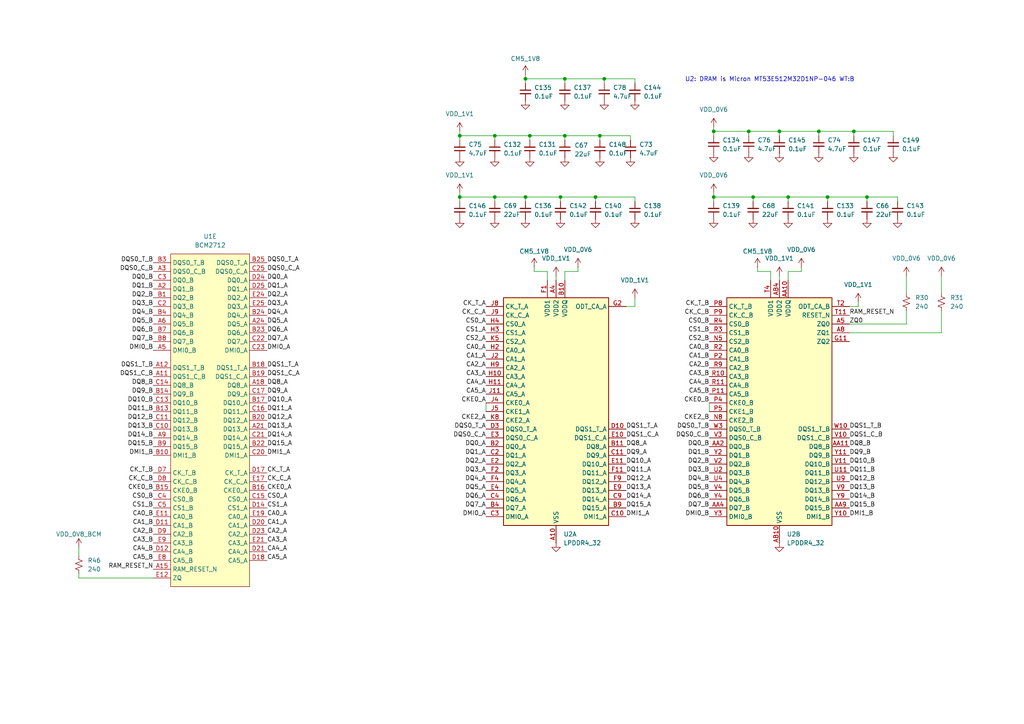
<source format=kicad_sch>
(kicad_sch (version 20250114) (generator "eeschema") (generator_version "9.0")
  (paper "A4")
  (title_block (title "RPi CM5 LPDDR4 RAM") (comment 2 "Guaranteed to be inaccurate") (comment 3 "License: CC BY-SA 4.0 (https://creativecommons.org/licenses/by-sa/4.0/)") (comment 4 "Reverse engineered by Tube Time"))
  (lib_symbols
    (symbol "CM5:BCM2712"
      (property "Reference" "U" (at 2.286 3.302 0))
      (property "Value" "BCM2712" (at 5.842 1.524 0))
      (symbol "BCM2712_1_0"
        (pin power_in line (at 17.78 -53.34 180) (length 5.08) (name "GND") (number "J9"))
        (pin power_in line (at 17.78 -55.88 180) (length 5.08) (name "GND") (number "J11"))
        (pin power_in line (at 17.78 -58.42 180) (length 5.08) (name "GND") (number "J13"))
        (pin power_in line (at 17.78 -60.96 180) (length 5.08) (name "GND") (number "J15"))
        (pin power_in line (at 17.78 -63.5 180) (length 5.08) (name "GND") (number "J17"))
        (pin power_in line (at 17.78 -66.04 180) (length 5.08) (name "GND") (number "J19"))
        (pin power_in line (at 17.78 -68.58 180) (length 5.08) (name "GND") (number "J21"))
        (pin power_in line (at 17.78 -71.12 180) (length 5.08) (name "GND") (number "J22"))
        (pin power_in line (at 17.78 -73.66 180) (length 5.08) (name "GND") (number "K1"))
        (pin power_in line (at 17.78 -76.2 180) (length 5.08) (name "GND") (number "K2"))
        (pin power_in line (at 17.78 -78.74 180) (length 5.08) (name "GND") (number "K3"))
        (pin power_in line (at 17.78 -81.28 180) (length 5.08) (name "GND") (number "K8"))
        (pin power_in line (at 17.78 -83.82 180) (length 5.08) (name "GND") (number "K10"))
        (pin power_in line (at 17.78 -86.36 180) (length 5.08) (name "GND") (number "K12"))
        (pin power_in line (at 17.78 -88.9 180) (length 5.08) (name "GND") (number "K14"))
        (pin power_in line (at 17.78 -91.44 180) (length 5.08) (name "GND") (number "K16"))
        (pin power_in line (at 17.78 -93.98 180) (length 5.08) (name "GND") (number "K18"))
        (pin power_in line (at 17.78 -96.52 180) (length 5.08) (name "GND") (number "K20"))
        (pin power_in line (at 17.78 -99.06 180) (length 5.08) (name "GND") (number "L3"))
        (pin power_in line (at 17.78 -101.6 180) (length 5.08) (name "GND") (number "L4"))
        (pin power_in line (at 17.78 -104.14 180) (length 5.08) (name "GND") (number "L7"))
        (pin power_in line (at 17.78 -106.68 180) (length 5.08) (name "GND") (number "L9"))
        (pin power_in line (at 17.78 -109.22 180) (length 5.08) (name "GND") (number "L11"))
        (pin power_in line (at 17.78 -111.76 180) (length 5.08) (name "GND") (number "L13"))
        (pin power_in line (at 17.78 -114.3 180) (length 5.08) (name "GND") (number "L15"))
        (pin power_in line (at 17.78 -116.84 180) (length 5.08) (name "GND") (number "L17"))
        (pin power_in line (at 17.78 -119.38 180) (length 5.08) (name "GND") (number "L19"))
        (pin power_in line (at 17.78 -121.92 180) (length 5.08) (name "GND") (number "L23"))
        (pin power_in line (at 17.78 -124.46 180) (length 5.08) (name "GND") (number "M3"))
        (pin power_in line (at 17.78 -127 180) (length 5.08) (name "GND") (number "M6"))
        (pin power_in line (at 17.78 -129.54 180) (length 5.08) (name "GND") (number "M8"))
        (pin power_in line (at 17.78 -132.08 180) (length 5.08) (name "GND") (number "M10"))
      )
      (symbol "BCM2712_1_1"
        (pin power_in line (at -5.08 -2.54 0) (length 5.08) (name "GND") (number "B5"))
        (pin power_in line (at -5.08 -5.08 0) (length 5.08) (name "GND") (number "B11"))
        (pin power_in line (at -5.08 -7.62 0) (length 5.08) (name "GND") (number "B12"))
        (pin power_in line (at -5.08 -10.16 0) (length 5.08) (name "GND") (number "C7"))
        (pin power_in line (at -5.08 -12.7 0) (length 5.08) (name "GND") (number "C8"))
        (pin power_in line (at -5.08 -15.24 0) (length 5.08) (name "GND") (number "C12"))
        (pin power_in line (at -5.08 -17.78 0) (length 5.08) (name "GND") (number "C24"))
        (pin power_in line (at -5.08 -20.32 0) (length 5.08) (name "GND") (number "D2"))
        (pin power_in line (at -5.08 -22.86 0) (length 5.08) (name "GND") (number "D10"))
        (pin power_in line (at -5.08 -25.4 0) (length 5.08) (name "GND") (number "D13"))
        (pin power_in line (at -5.08 -27.94 0) (length 5.08) (name "GND") (number "D16"))
        (pin power_in line (at -5.08 -30.48 0) (length 5.08) (name "GND") (number "D19"))
        (pin power_in line (at -5.08 -33.02 0) (length 5.08) (name "GND") (number "D22"))
        (pin power_in line (at -5.08 -35.56 0) (length 5.08) (name "GND") (number "E2"))
        (pin power_in line (at -5.08 -38.1 0) (length 5.08) (name "GND") (number "E3"))
        (pin power_in line (at -5.08 -40.64 0) (length 5.08) (name "GND") (number "E4"))
        (pin power_in line (at -5.08 -43.18 0) (length 5.08) (name "GND") (number "E5"))
        (pin power_in line (at -5.08 -45.72 0) (length 5.08) (name "GND") (number "E6"))
        (pin power_in line (at -5.08 -48.26 0) (length 5.08) (name "GND") (number "E10"))
        (pin power_in line (at -5.08 -50.8 0) (length 5.08) (name "GND") (number "E13"))
        (pin power_in line (at -5.08 -53.34 0) (length 5.08) (name "GND") (number "E15"))
        (pin power_in line (at -5.08 -55.88 0) (length 5.08) (name "GND") (number "E16"))
        (pin power_in line (at -5.08 -58.42 0) (length 5.08) (name "GND") (number "E20"))
        (pin power_in line (at -5.08 -60.96 0) (length 5.08) (name "GND") (number "F3"))
        (pin power_in line (at -5.08 -63.5 0) (length 5.08) (name "GND") (number "F4"))
        (pin power_in line (at -5.08 -66.04 0) (length 5.08) (name "GND") (number "F5"))
        (pin power_in line (at -5.08 -68.58 0) (length 5.08) (name "GND") (number "F6"))
        (pin power_in line (at -5.08 -71.12 0) (length 5.08) (name "GND") (number "F7"))
        (pin power_in line (at -5.08 -73.66 0) (length 5.08) (name "GND") (number "F8"))
        (pin power_in line (at -5.08 -76.2 0) (length 5.08) (name "GND") (number "F9"))
        (pin power_in line (at -5.08 -78.74 0) (length 5.08) (name "GND") (number "F10"))
        (pin power_in line (at -5.08 -81.28 0) (length 5.08) (name "GND") (number "F11"))
        (pin power_in line (at -5.08 -83.82 0) (length 5.08) (name "GND") (number "F12"))
        (pin power_in line (at -5.08 -86.36 0) (length 5.08) (name "GND") (number "F14"))
        (pin power_in line (at -5.08 -88.9 0) (length 5.08) (name "GND") (number "F16"))
        (pin power_in line (at -5.08 -91.44 0) (length 5.08) (name "GND") (number "F17"))
        (pin power_in line (at -5.08 -93.98 0) (length 5.08) (name "GND") (number "F18"))
        (pin power_in line (at -5.08 -96.52 0) (length 5.08) (name "GND") (number "F19"))
        (pin power_in line (at -5.08 -99.06 0) (length 5.08) (name "GND") (number "F20"))
        (pin power_in line (at -5.08 -101.6 0) (length 5.08) (name "GND") (number "F21"))
        (pin power_in line (at -5.08 -104.14 0) (length 5.08) (name "GND") (number "F22"))
        (pin power_in line (at -5.08 -106.68 0) (length 5.08) (name "GND") (number "F23"))
        (pin power_in line (at -5.08 -109.22 0) (length 5.08) (name "GND") (number "F24"))
        (pin power_in line (at -5.08 -111.76 0) (length 5.08) (name "GND") (number "F25"))
        (pin power_in line (at -5.08 -114.3 0) (length 5.08) (name "GND") (number "G3"))
        (pin power_in line (at -5.08 -116.84 0) (length 5.08) (name "GND") (number "G4"))
        (pin power_in line (at -5.08 -119.38 0) (length 5.08) (name "GND") (number "G5"))
        (pin power_in line (at -5.08 -121.92 0) (length 5.08) (name "GND") (number "G6"))
        (pin power_in line (at -5.08 -124.46 0) (length 5.08) (name "GND") (number "G7"))
        (pin power_in line (at -5.08 -127 0) (length 5.08) (name "GND") (number "G8"))
        (pin power_in line (at -5.08 -129.54 0) (length 5.08) (name "GND") (number "G9"))
        (pin power_in line (at -5.08 -132.08 0) (length 5.08) (name "GND") (number "B2"))
        (pin power_in line (at -5.08 -134.62 0) (length 5.08) (name "GND") (number "A17"))
        (pin power_in line (at 17.78 -2.54 180) (length 5.08) (name "GND") (number "G11"))
        (pin power_in line (at 17.78 -5.08 180) (length 5.08) (name "GND") (number "G13"))
        (pin power_in line (at 17.78 -7.62 180) (length 5.08) (name "GND") (number "G15"))
        (pin power_in line (at 17.78 -10.16 180) (length 5.08) (name "GND") (number "G17"))
        (pin power_in line (at 17.78 -12.7 180) (length 5.08) (name "GND") (number "G20"))
        (pin power_in line (at 17.78 -15.24 180) (length 5.08) (name "GND") (number "G21"))
        (pin power_in line (at 17.78 -17.78 180) (length 5.08) (name "GND") (number "G22"))
        (pin power_in line (at 17.78 -20.32 180) (length 5.08) (name "GND") (number "G23"))
        (pin power_in line (at 17.78 -22.86 180) (length 5.08) (name "GND") (number "H3"))
        (pin power_in line (at 17.78 -25.4 180) (length 5.08) (name "GND") (number "H6"))
        (pin power_in line (at 17.78 -27.94 180) (length 5.08) (name "GND") (number "H7"))
        (pin power_in line (at 17.78 -30.48 180) (length 5.08) (name "GND") (number "H8"))
        (pin power_in line (at 17.78 -33.02 180) (length 5.08) (name "GND") (number "H10"))
        (pin power_in line (at 17.78 -35.56 180) (length 5.08) (name "GND") (number "H12"))
        (pin power_in line (at 17.78 -38.1 180) (length 5.08) (name "GND") (number "H14"))
        (pin power_in line (at 17.78 -40.64 180) (length 5.08) (name "GND") (number "H16"))
        (pin power_in line (at 17.78 -43.18 180) (length 5.08) (name "GND") (number "H18"))
        (pin power_in line (at 17.78 -45.72 180) (length 5.08) (name "GND") (number "H19"))
        (pin power_in line (at 17.78 -48.26 180) (length 5.08) (name "GND") (number "H20"))
        (pin power_in line (at 17.78 -50.8 180) (length 5.08) (name "GND") (number "J3"))
        (pin power_in line (at 17.78 -134.62 180) (length 5.08) (name "GND") (number "A20"))
      )
      (symbol "BCM2712_2_0"
        (pin power_in line (at -5.08 -2.54 0) (length 5.08) (name "GND") (number "M12"))
        (pin power_in line (at -5.08 -5.08 0) (length 5.08) (name "GND") (number "M14"))
        (pin power_in line (at -5.08 -7.62 0) (length 5.08) (name "GND") (number "M16"))
        (pin power_in line (at -5.08 -10.16 0) (length 5.08) (name "GND") (number "M18"))
        (pin power_in line (at -5.08 -12.7 0) (length 5.08) (name "GND") (number "M20"))
        (pin power_in line (at -5.08 -15.24 0) (length 5.08) (name "GND") (number "M22"))
        (pin power_in line (at -5.08 -17.78 0) (length 5.08) (name "GND") (number "N7"))
        (pin power_in line (at -5.08 -20.32 0) (length 5.08) (name "GND") (number "N9"))
        (pin power_in line (at -5.08 -22.86 0) (length 5.08) (name "GND") (number "N11"))
        (pin power_in line (at -5.08 -25.4 0) (length 5.08) (name "GND") (number "N13"))
        (pin power_in line (at -5.08 -27.94 0) (length 5.08) (name "GND") (number "N15"))
        (pin power_in line (at -5.08 -30.48 0) (length 5.08) (name "GND") (number "N17"))
        (pin power_in line (at -5.08 -33.02 0) (length 5.08) (name "GND") (number "N19"))
        (pin power_in line (at -5.08 -35.56 0) (length 5.08) (name "GND") (number "N21"))
        (pin power_in line (at -5.08 -38.1 0) (length 5.08) (name "GND") (number "N22"))
      )
      (symbol "BCM2712_2_1"
        (pin power_in line (at -5.08 -40.64 0) (length 5.08) (name "GND") (number "P4"))
        (pin power_in line (at -5.08 -43.18 0) (length 5.08) (name "GND") (number "P5"))
        (pin power_in line (at -5.08 -45.72 0) (length 5.08) (name "GND") (number "P6"))
        (pin power_in line (at -5.08 -48.26 0) (length 5.08) (name "GND") (number "P8"))
        (pin power_in line (at -5.08 -50.8 0) (length 5.08) (name "GND") (number "P10"))
        (pin power_in line (at -5.08 -53.34 0) (length 5.08) (name "GND") (number "P12"))
        (pin power_in line (at -5.08 -55.88 0) (length 5.08) (name "GND") (number "P14"))
        (pin power_in line (at -5.08 -58.42 0) (length 5.08) (name "GND") (number "P16"))
        (pin power_in line (at -5.08 -60.96 0) (length 5.08) (name "GND") (number "P18"))
        (pin power_in line (at -5.08 -63.5 0) (length 5.08) (name "GND") (number "P20"))
        (pin power_in line (at -5.08 -66.04 0) (length 5.08) (name "GND") (number "R5"))
        (pin power_in line (at -5.08 -68.58 0) (length 5.08) (name "GND") (number "R7"))
        (pin power_in line (at -5.08 -71.12 0) (length 5.08) (name "GND") (number "R9"))
        (pin power_in line (at -5.08 -73.66 0) (length 5.08) (name "GND") (number "R11"))
        (pin power_in line (at -5.08 -76.2 0) (length 5.08) (name "GND") (number "R13"))
        (pin power_in line (at -5.08 -78.74 0) (length 5.08) (name "GND") (number "R15"))
        (pin power_in line (at -5.08 -81.28 0) (length 5.08) (name "GND") (number "R17"))
        (pin power_in line (at -5.08 -83.82 0) (length 5.08) (name "GND") (number "R19"))
        (pin power_in line (at -5.08 -86.36 0) (length 5.08) (name "GND") (number "R21"))
        (pin power_in line (at -5.08 -88.9 0) (length 5.08) (name "GND") (number "R22"))
        (pin power_in line (at -5.08 -91.44 0) (length 5.08) (name "GND") (number "R23"))
        (pin power_in line (at -5.08 -93.98 0) (length 5.08) (name "GND") (number "T6"))
        (pin power_in line (at -5.08 -96.52 0) (length 5.08) (name "GND") (number "T8"))
        (pin power_in line (at -5.08 -99.06 0) (length 5.08) (name "GND") (number "T10"))
        (pin power_in line (at -5.08 -101.6 0) (length 5.08) (name "GND") (number "T12"))
        (pin power_in line (at -5.08 -104.14 0) (length 5.08) (name "GND") (number "T14"))
        (pin power_in line (at -5.08 -106.68 0) (length 5.08) (name "GND") (number "T16"))
        (pin power_in line (at -5.08 -109.22 0) (length 5.08) (name "GND") (number "T18"))
        (pin power_in line (at -5.08 -111.76 0) (length 5.08) (name "GND") (number "T20"))
        (pin power_in line (at -5.08 -114.3 0) (length 5.08) (name "GND") (number "T22"))
        (pin power_in line (at -5.08 -116.84 0) (length 5.08) (name "GND") (number "T23"))
        (pin power_in line (at -5.08 -119.38 0) (length 5.08) (name "GND") (number "T24"))
        (pin power_in line (at -5.08 -121.92 0) (length 5.08) (name "GND") (number "T25"))
        (pin power_in line (at -5.08 -124.46 0) (length 5.08) (name "GND") (number "U7"))
        (pin power_in line (at -5.08 -127 0) (length 5.08) (name "GND") (number "U9"))
        (pin power_in line (at -5.08 -129.54 0) (length 5.08) (name "GND") (number "U11"))
        (pin power_in line (at -5.08 -132.08 0) (length 5.08) (name "GND") (number "U13"))
        (pin power_in line (at -5.08 -134.62 0) (length 5.08) (name "GND") (number "A8"))
        (pin power_in line (at 17.78 -2.54 180) (length 5.08) (name "GND") (number "U15"))
        (pin power_in line (at 17.78 -5.08 180) (length 5.08) (name "GND") (number "U17"))
        (pin power_in line (at 17.78 -7.62 180) (length 5.08) (name "GND") (number "U19"))
        (pin power_in line (at 17.78 -10.16 180) (length 5.08) (name "GND") (number "U21"))
        (pin power_in line (at 17.78 -12.7 180) (length 5.08) (name "GND") (number "V8"))
        (pin power_in line (at 17.78 -15.24 180) (length 5.08) (name "GND") (number "V10"))
        (pin power_in line (at 17.78 -17.78 180) (length 5.08) (name "GND") (number "V12"))
        (pin power_in line (at 17.78 -20.32 180) (length 5.08) (name "GND") (number "V14"))
        (pin power_in line (at 17.78 -22.86 180) (length 5.08) (name "GND") (number "V16"))
        (pin power_in line (at 17.78 -25.4 180) (length 5.08) (name "GND") (number "V18"))
        (pin power_in line (at 17.78 -27.94 180) (length 5.08) (name "GND") (number "V20"))
        (pin power_in line (at 17.78 -30.48 180) (length 5.08) (name "GND") (number "W7"))
        (pin power_in line (at 17.78 -33.02 180) (length 5.08) (name "GND") (number "W9"))
        (pin power_in line (at 17.78 -35.56 180) (length 5.08) (name "GND") (number "W11"))
        (pin power_in line (at 17.78 -38.1 180) (length 5.08) (name "GND") (number "W13"))
        (pin power_in line (at 17.78 -40.64 180) (length 5.08) (name "GND") (number "W15"))
        (pin power_in line (at 17.78 -43.18 180) (length 5.08) (name "GND") (number "W17"))
        (pin power_in line (at 17.78 -45.72 180) (length 5.08) (name "GND") (number "W19"))
        (pin power_in line (at 17.78 -48.26 180) (length 5.08) (name "GND") (number "W21"))
        (pin power_in line (at 17.78 -50.8 180) (length 5.08) (name "GND") (number "W22"))
        (pin power_in line (at 17.78 -53.34 180) (length 5.08) (name "GND") (number "Y12"))
        (pin power_in line (at 17.78 -55.88 180) (length 5.08) (name "GND") (number "Y15"))
        (pin power_in line (at 17.78 -58.42 180) (length 5.08) (name "GND") (number "Y18"))
        (pin power_in line (at 17.78 -60.96 180) (length 5.08) (name "GND") (number "Y21"))
        (pin power_in line (at 17.78 -63.5 180) (length 5.08) (name "GND") (number "AA6"))
        (pin power_in line (at 17.78 -66.04 180) (length 5.08) (name "GND") (number "AA8"))
        (pin power_in line (at 17.78 -68.58 180) (length 5.08) (name "GND") (number "AA9"))
        (pin power_in line (at 17.78 -71.12 180) (length 5.08) (name "GND") (number "AA12"))
        (pin power_in line (at 17.78 -73.66 180) (length 5.08) (name "GND") (number "AA13"))
        (pin power_in line (at 17.78 -76.2 180) (length 5.08) (name "GND") (number "AA15"))
        (pin power_in line (at 17.78 -78.74 180) (length 5.08) (name "GND") (number "AA18"))
        (pin power_in line (at 17.78 -81.28 180) (length 5.08) (name "GND") (number "AB10"))
        (pin power_in line (at 17.78 -83.82 180) (length 5.08) (name "GND") (number "AB13"))
        (pin power_in line (at 17.78 -86.36 180) (length 5.08) (name "GND") (number "AB16"))
        (pin power_in line (at 17.78 -88.9 180) (length 5.08) (name "GND") (number "AB19"))
        (pin power_in line (at 17.78 -91.44 180) (length 5.08) (name "GND") (number "AB21"))
        (pin power_in line (at 17.78 -93.98 180) (length 5.08) (name "GND") (number "AC4"))
        (pin power_in line (at 17.78 -96.52 180) (length 5.08) (name "GND") (number "AC7"))
        (pin power_in line (at 17.78 -99.06 180) (length 5.08) (name "GND") (number "AC9"))
        (pin power_in line (at 17.78 -101.6 180) (length 5.08) (name "GND") (number "AC10"))
        (pin power_in line (at 17.78 -104.14 180) (length 5.08) (name "GND") (number "AC12"))
        (pin power_in line (at 17.78 -106.68 180) (length 5.08) (name "GND") (number "AC13"))
        (pin power_in line (at 17.78 -109.22 180) (length 5.08) (name "GND") (number "AC15"))
        (pin power_in line (at 17.78 -111.76 180) (length 5.08) (name "GND") (number "AC16"))
        (pin power_in line (at 17.78 -114.3 180) (length 5.08) (name "GND") (number "AC18"))
        (pin power_in line (at 17.78 -116.84 180) (length 5.08) (name "GND") (number "AC19"))
        (pin power_in line (at 17.78 -119.38 180) (length 5.08) (name "GND") (number "AC22"))
        (pin power_in line (at 17.78 -121.92 180) (length 5.08) (name "GND") (number "AD3"))
        (pin power_in line (at 17.78 -124.46 180) (length 5.08) (name "GND") (number "AD5"))
        (pin power_in line (at 17.78 -127 180) (length 5.08) (name "GND") (number "AE3"))
        (pin power_in line (at 17.78 -129.54 180) (length 5.08) (name "GND") (number "AE5"))
        (pin power_in line (at 17.78 -132.08 180) (length 5.08) (name "GND") (number "A14"))
      )
      (symbol "BCM2712_3_1"
        (pin power_in line (at -5.08 -2.54 0) (length 5.08) (name "VDD_CORE") (number "J8"))
        (pin power_in line (at -5.08 -5.08 0) (length 5.08) (name "VDD_CORE") (number "J18"))
        (pin power_in line (at -5.08 -7.62 0) (length 5.08) (name "VDD_CORE") (number "J20"))
        (pin power_in line (at -5.08 -10.16 0) (length 5.08) (name "VDD_CORE") (number "K9"))
        (pin power_in line (at -5.08 -12.7 0) (length 5.08) (name "VDD_CORE") (number "K11"))
        (pin power_in line (at -5.08 -15.24 0) (length 5.08) (name "VDD_CORE") (number "K13"))
        (pin power_in line (at -5.08 -17.78 0) (length 5.08) (name "VDD_CORE") (number "K15"))
        (pin power_in line (at -5.08 -20.32 0) (length 5.08) (name "VDD_CORE") (number "K17"))
        (pin power_in line (at -5.08 -22.86 0) (length 5.08) (name "VDD_CORE") (number "K19"))
        (pin power_in line (at -5.08 -25.4 0) (length 5.08) (name "VDD_CORE") (number "L8"))
        (pin power_in line (at -5.08 -27.94 0) (length 5.08) (name "VDD_CORE") (number "L10"))
        (pin power_in line (at -5.08 -30.48 0) (length 5.08) (name "VDD_CORE") (number "L12"))
        (pin power_in line (at -5.08 -33.02 0) (length 5.08) (name "VDD_CORE") (number "L14"))
        (pin power_in line (at -5.08 -35.56 0) (length 5.08) (name "VDD_CORE") (number "L16"))
        (pin power_in line (at -5.08 -38.1 0) (length 5.08) (name "VDD_CORE") (number "L18"))
        (pin power_in line (at -5.08 -40.64 0) (length 5.08) (name "VDD_CORE") (number "L20"))
        (pin power_in line (at -5.08 -43.18 0) (length 5.08) (name "VDD_CORE") (number "M7"))
        (pin power_in line (at -5.08 -45.72 0) (length 5.08) (name "VDD_CORE") (number "M9"))
        (pin power_in line (at -5.08 -48.26 0) (length 5.08) (name "VDD_CORE") (number "M11"))
        (pin power_in line (at -5.08 -50.8 0) (length 5.08) (name "VDD_CORE") (number "M13"))
        (pin power_in line (at -5.08 -53.34 0) (length 5.08) (name "VDD_CORE") (number "M15"))
        (pin power_in line (at -5.08 -55.88 0) (length 5.08) (name "VDD_CORE") (number "M17"))
        (pin power_in line (at -5.08 -58.42 0) (length 5.08) (name "VDD_CORE") (number "M19"))
        (pin power_in line (at -5.08 -60.96 0) (length 5.08) (name "VDD_CORE") (number "M21"))
        (pin power_in line (at -5.08 -63.5 0) (length 5.08) (name "VDD_CORE") (number "N8"))
        (pin power_in line (at -5.08 -66.04 0) (length 5.08) (name "VDD_CORE") (number "N10"))
        (pin power_in line (at -5.08 -68.58 0) (length 5.08) (name "VDD_CORE") (number "N12"))
        (pin power_in line (at -5.08 -71.12 0) (length 5.08) (name "VDD_CORE") (number "N14"))
        (pin power_in line (at -5.08 -73.66 0) (length 5.08) (name "VDD_CORE") (number "N16"))
        (pin power_in line (at -5.08 -76.2 0) (length 5.08) (name "VDD_CORE") (number "N18"))
        (pin power_in line (at -5.08 -78.74 0) (length 5.08) (name "VDD_CORE") (number "N20"))
        (pin power_in line (at -5.08 -81.28 0) (length 5.08) (name "VDD_CORE") (number "P7"))
        (pin power_in line (at -5.08 -83.82 0) (length 5.08) (name "VDD_CORE") (number "P9"))
        (pin power_in line (at -5.08 -86.36 0) (length 5.08) (name "VDD_CORE") (number "P11"))
        (pin power_in line (at -5.08 -88.9 0) (length 5.08) (name "VDD_CORE") (number "P13"))
        (pin power_in line (at -5.08 -91.44 0) (length 5.08) (name "VDD_CORE") (number "P15"))
        (pin power_in line (at -5.08 -93.98 0) (length 5.08) (name "VDD_CORE") (number "P17"))
        (pin power_in line (at -5.08 -96.52 0) (length 5.08) (name "VDD_CORE") (number "P19"))
        (pin power_in line (at -5.08 -99.06 0) (length 5.08) (name "VDD_CORE") (number "P21"))
        (pin power_in line (at -5.08 -101.6 0) (length 5.08) (name "VDD_CORE") (number "R6"))
        (pin power_in line (at -5.08 -104.14 0) (length 5.08) (name "VDD_CORE") (number "R8"))
        (pin power_in line (at -5.08 -106.68 0) (length 5.08) (name "VDD_CORE") (number "R10"))
        (pin power_in line (at -5.08 -109.22 0) (length 5.08) (name "VDD_CORE") (number "R12"))
        (pin power_in line (at -5.08 -111.76 0) (length 5.08) (name "VDD_CORE") (number "R14"))
        (pin power_in line (at -5.08 -114.3 0) (length 5.08) (name "VDD_CORE") (number "R16"))
        (pin power_in line (at -5.08 -116.84 0) (length 5.08) (name "VDD_CORE") (number "R18"))
        (pin power_in line (at -5.08 -119.38 0) (length 5.08) (name "VDD_CORE") (number "R20"))
        (pin power_in line (at 27.94 -2.54 180) (length 5.08) (name "VDD_CORE") (number "T7"))
        (pin power_in line (at 27.94 -5.08 180) (length 5.08) (name "VDD_CORE") (number "T9"))
        (pin power_in line (at 27.94 -7.62 180) (length 5.08) (name "VDD_CORE") (number "T11"))
        (pin power_in line (at 27.94 -10.16 180) (length 5.08) (name "VDD_CORE") (number "T13"))
        (pin power_in line (at 27.94 -12.7 180) (length 5.08) (name "VDD_CORE") (number "T15"))
        (pin power_in line (at 27.94 -15.24 180) (length 5.08) (name "VDD_CORE") (number "T17"))
        (pin power_in line (at 27.94 -17.78 180) (length 5.08) (name "VDD_CORE") (number "T19"))
        (pin power_in line (at 27.94 -20.32 180) (length 5.08) (name "VDD_CORE") (number "T21"))
        (pin power_in line (at 27.94 -22.86 180) (length 5.08) (name "VDD_CORE") (number "U6"))
        (pin power_in line (at 27.94 -25.4 180) (length 5.08) (name "VDD_CORE") (number "U8"))
        (pin power_in line (at 27.94 -27.94 180) (length 5.08) (name "VDD_CORE") (number "U10"))
        (pin power_in line (at 27.94 -30.48 180) (length 5.08) (name "VDD_CORE") (number "U12"))
        (pin power_in line (at 27.94 -33.02 180) (length 5.08) (name "VDD_CORE") (number "U14"))
        (pin power_in line (at 27.94 -35.56 180) (length 5.08) (name "VDD_CORE") (number "U16"))
        (pin power_in line (at 27.94 -38.1 180) (length 5.08) (name "VDD_CORE") (number "U18"))
        (pin power_in line (at 27.94 -40.64 180) (length 5.08) (name "VDD_CORE") (number "U20"))
        (pin power_in line (at 27.94 -43.18 180) (length 5.08) (name "VDD_CORE") (number "V7"))
        (pin power_in line (at 27.94 -45.72 180) (length 5.08) (name "VDD_CORE") (number "V9"))
        (pin power_in line (at 27.94 -48.26 180) (length 5.08) (name "VDD_CORE") (number "V11"))
        (pin power_in line (at 27.94 -50.8 180) (length 5.08) (name "VDD_CORE") (number "V13"))
        (pin power_in line (at 27.94 -53.34 180) (length 5.08) (name "VDD_CORE") (number "V15"))
        (pin power_in line (at 27.94 -55.88 180) (length 5.08) (name "VDD_CORE") (number "V17"))
        (pin power_in line (at 27.94 -58.42 180) (length 5.08) (name "VDD_CORE") (number "V19"))
        (pin power_in line (at 27.94 -60.96 180) (length 5.08) (name "VDD_CORE") (number "V21"))
        (pin power_in line (at 27.94 -63.5 180) (length 5.08) (name "VDD_CORE") (number "W6"))
        (pin power_in line (at 27.94 -66.04 180) (length 5.08) (name "VDD_CORE") (number "W8"))
        (pin power_in line (at 27.94 -68.58 180) (length 5.08) (name "VDD_CORE") (number "W10"))
        (pin power_in line (at 27.94 -71.12 180) (length 5.08) (name "VDD_CORE") (number "W12"))
        (pin power_in line (at 27.94 -73.66 180) (length 5.08) (name "VDD_CORE") (number "W14"))
        (pin power_in line (at 27.94 -76.2 180) (length 5.08) (name "VDD_CORE") (number "W16"))
        (pin power_in line (at 27.94 -78.74 180) (length 5.08) (name "VDD_CORE") (number "W18"))
        (pin power_in line (at 27.94 -81.28 180) (length 5.08) (name "VDD_CORE") (number "W20"))
        (pin power_in line (at 27.94 -86.36 180) (length 5.08) (name "VDD2") (number "G10"))
        (pin power_in line (at 27.94 -88.9 180) (length 5.08) (name "VDD2") (number "G12"))
        (pin power_in line (at 27.94 -91.44 180) (length 5.08) (name "VDD2") (number "G14"))
        (pin power_in line (at 27.94 -93.98 180) (length 5.08) (name "VDD2") (number "G16"))
        (pin power_in line (at 27.94 -96.52 180) (length 5.08) (name "VDD2") (number "G18"))
        (pin power_in line (at 27.94 -99.06 180) (length 5.08) (name "VDD2") (number "G19"))
        (pin power_in line (at 27.94 -101.6 180) (length 5.08) (name "VDD2") (number "H9"))
        (pin power_in line (at 27.94 -104.14 180) (length 5.08) (name "VDD2") (number "H11"))
        (pin power_in line (at 27.94 -106.68 180) (length 5.08) (name "VDD2") (number "H13"))
        (pin power_in line (at 27.94 -109.22 180) (length 5.08) (name "VDD2") (number "H15"))
        (pin power_in line (at 27.94 -111.76 180) (length 5.08) (name "VDD2") (number "H17"))
        (pin power_in line (at 27.94 -114.3 180) (length 5.08) (name "VDD2") (number "J10"))
        (pin power_in line (at 27.94 -116.84 180) (length 5.08) (name "VDD2") (number "J12"))
        (pin power_in line (at 27.94 -119.38 180) (length 5.08) (name "VDD2") (number "J14"))
        (pin power_in line (at 27.94 -121.92 180) (length 5.08) (name "VDD2") (number "J16"))
      )
      (symbol "BCM2712_4_1"
        (pin power_in line (at -5.08 -2.54 0) (length 5.08) (name "VDD3") (number "F13"))
        (pin power_in line (at -5.08 -5.08 0) (length 5.08) (name "VDD3") (number "F15"))
        (pin power_in line (at -5.08 -12.7 0) (length 5.08) (name "VDD4") (number "H5"))
        (pin power_in line (at -5.08 -15.24 0) (length 5.08) (name "VDD4") (number "J4"))
        (pin power_in line (at -5.08 -17.78 0) (length 5.08) (name "VDD4") (number "J5"))
        (pin power_in line (at -5.08 -25.4 0) (length 5.08) (name "VDD5") (number "K22"))
        (pin power_in line (at -5.08 -27.94 0) (length 5.08) (name "VDD5") (number "L22"))
        (pin power_in line (at -5.08 -30.48 0) (length 5.08) (name "VDD5") (number "P22"))
        (pin power_in line (at -5.08 -38.1 0) (length 5.08) (name "VDD6") (number "AC6"))
        (pin power_in line (at -5.08 -45.72 0) (length 5.08) (name "3V3B_FILT") (number "AB6"))
        (pin power_in line (at -5.08 -48.26 0) (length 5.08) (name "3V3B_FILT") (number "AB7"))
        (pin power_in line (at -5.08 -53.34 0) (length 5.08) (name "3V3") (number "W5"))
        (pin power_in line (at -5.08 -55.88 0) (length 5.08) (name "3V3B_FILT") (number "AA4"))
        (pin power_in line (at -5.08 -96.52 0) (length 5.08) (name "VLOGIC3") (number "T5"))
        (pin power_in line (at -5.08 -101.6 0) (length 5.08) (name "1V8B") (number "C1"))
        (pin power_in line (at -5.08 -106.68 0) (length 5.08) (name "1V8") (number "D1"))
        (pin power_in line (at 27.94 -2.54 180) (length 5.08) (name "1V8B") (number "U25"))
        (pin power_in line (at 27.94 -5.08 180) (length 5.08) (name "1V8B") (number "Y20"))
        (pin power_in line (at 27.94 -7.62 180) (length 5.08) (name "1V8B") (number "P3"))
        (pin power_in line (at 27.94 -15.24 180) (length 5.08) (name "3V3B") (number "Y25"))
        (pin power_in line (at 27.94 -17.78 180) (length 5.08) (name "3V3B") (number "AE20"))
        (pin power_in line (at 27.94 -22.86 180) (length 5.08) (name "1V8B_FILT") (number "J6"))
        (pin power_in line (at 27.94 -27.94 180) (length 5.08) (name "1V8B_FILT") (number "AA5"))
        (pin power_in line (at 27.94 -33.02 180) (length 5.08) (name "1V8B_FILT") (number "Y7"))
        (pin power_in line (at 27.94 -35.56 180) (length 5.08) (name "1V8B_FILT") (number "AA7"))
        (pin power_in line (at 27.94 -38.1 180) (length 5.08) (name "1V8B_FILT") (number "Y8"))
        (pin power_in line (at 27.94 -45.72 180) (length 5.08) (name "1V8B_FILT") (number "Y10"))
        (pin power_in line (at 27.94 -48.26 180) (length 5.08) (name "1V8B_FILT") (number "AA10"))
        (pin power_in line (at 27.94 -53.34 180) (length 5.08) (name "1V8B_FILT") (number "Y17"))
        (pin power_in line (at 27.94 -55.88 180) (length 5.08) (name "1V8B_FILT") (number "AA17"))
      )
      (symbol "BCM2712_5_1"
        (pin bidirectional line (at -5.08 -2.54 0) (length 5.08) (name "DQS0_T_B") (number "B3"))
        (pin bidirectional line (at -5.08 -5.08 0) (length 5.08) (name "DQS0_C_B") (number "A3"))
        (pin bidirectional line (at -5.08 -7.62 0) (length 5.08) (name "DQ0_B") (number "C3"))
        (pin bidirectional line (at -5.08 -10.16 0) (length 5.08) (name "DQ1_B") (number "A2"))
        (pin bidirectional line (at -5.08 -12.7 0) (length 5.08) (name "DQ2_B") (number "B1"))
        (pin bidirectional line (at -5.08 -15.24 0) (length 5.08) (name "DQ3_B") (number "C2"))
        (pin bidirectional line (at -5.08 -17.78 0) (length 5.08) (name "DQ4_B") (number "B4"))
        (pin bidirectional line (at -5.08 -20.32 0) (length 5.08) (name "DQ5_B") (number "A6"))
        (pin bidirectional line (at -5.08 -22.86 0) (length 5.08) (name "DQ6_B") (number "B7"))
        (pin bidirectional line (at -5.08 -25.4 0) (length 5.08) (name "DQ7_B") (number "B8"))
        (pin output line (at -5.08 -27.94 0) (length 5.08) (name "DMI0_B") (number "A5"))
        (pin bidirectional line (at -5.08 -33.02 0) (length 5.08) (name "DQS1_T_B") (number "A12"))
        (pin bidirectional line (at -5.08 -35.56 0) (length 5.08) (name "DQS1_C_B") (number "A11"))
        (pin bidirectional line (at -5.08 -38.1 0) (length 5.08) (name "DQ8_B") (number "C14"))
        (pin bidirectional line (at -5.08 -40.64 0) (length 5.08) (name "DQ9_B") (number "B14"))
        (pin bidirectional line (at -5.08 -43.18 0) (length 5.08) (name "DQ10_B") (number "C13"))
        (pin bidirectional line (at -5.08 -45.72 0) (length 5.08) (name "DQ11_B") (number "B13"))
        (pin bidirectional line (at -5.08 -48.26 0) (length 5.08) (name "DQ12_B") (number "C11"))
        (pin bidirectional line (at -5.08 -50.8 0) (length 5.08) (name "DQ13_B") (number "C10"))
        (pin bidirectional line (at -5.08 -53.34 0) (length 5.08) (name "DQ14_B") (number "A9"))
        (pin bidirectional line (at -5.08 -55.88 0) (length 5.08) (name "DQ15_B") (number "B9"))
        (pin output line (at -5.08 -58.42 0) (length 5.08) (name "DMI1_B") (number "B10"))
        (pin output line (at -5.08 -63.5 0) (length 5.08) (name "CK_T_B") (number "D7"))
        (pin output line (at -5.08 -66.04 0) (length 5.08) (name "CK_C_B") (number "D8"))
        (pin output line (at -5.08 -68.58 0) (length 5.08) (name "CKE0_B") (number "B15"))
        (pin output line (at -5.08 -71.12 0) (length 5.08) (name "CS0_B") (number "C4"))
        (pin output line (at -5.08 -73.66 0) (length 5.08) (name "CS1_B") (number "C5"))
        (pin output line (at -5.08 -76.2 0) (length 5.08) (name "CA0_B") (number "E11"))
        (pin output line (at -5.08 -78.74 0) (length 5.08) (name "CA1_B") (number "D11"))
        (pin output line (at -5.08 -81.28 0) (length 5.08) (name "CA2_B") (number "D9"))
        (pin output line (at -5.08 -83.82 0) (length 5.08) (name "CA3_B") (number "E9"))
        (pin output line (at -5.08 -86.36 0) (length 5.08) (name "CA4_B") (number "D12"))
        (pin output line (at -5.08 -88.9 0) (length 5.08) (name "CA5_B") (number "E8"))
        (pin output line (at -5.08 -91.44 0) (length 5.08) (name "RAM_RESET_N") (number "A15"))
        (pin passive line (at -5.08 -93.98 0) (length 5.08) (name "ZQ") (number "E12"))
        (pin bidirectional line (at 27.94 -2.54 180) (length 5.08) (name "DQS0_T_A") (number "B25"))
        (pin bidirectional line (at 27.94 -5.08 180) (length 5.08) (name "DQS0_C_A") (number "C25"))
        (pin bidirectional line (at 27.94 -7.62 180) (length 5.08) (name "DQ0_A") (number "D24"))
        (pin bidirectional line (at 27.94 -10.16 180) (length 5.08) (name "DQ1_A") (number "D25"))
        (pin bidirectional line (at 27.94 -12.7 180) (length 5.08) (name "DQ2_A") (number "E24"))
        (pin bidirectional line (at 27.94 -15.24 180) (length 5.08) (name "DQ3_A") (number "E25"))
        (pin bidirectional line (at 27.94 -17.78 180) (length 5.08) (name "DQ4_A") (number "B24"))
        (pin bidirectional line (at 27.94 -20.32 180) (length 5.08) (name "DQ5_A") (number "A24"))
        (pin bidirectional line (at 27.94 -22.86 180) (length 5.08) (name "DQ6_A") (number "B23"))
        (pin bidirectional line (at 27.94 -25.4 180) (length 5.08) (name "DQ7_A") (number "C22"))
        (pin output line (at 27.94 -27.94 180) (length 5.08) (name "DMI0_A") (number "C23"))
        (pin bidirectional line (at 27.94 -33.02 180) (length 5.08) (name "DQS1_T_A") (number "B18"))
        (pin bidirectional line (at 27.94 -35.56 180) (length 5.08) (name "DQS1_C_A") (number "B19"))
        (pin bidirectional line (at 27.94 -38.1 180) (length 5.08) (name "DQ8_A") (number "A18"))
        (pin bidirectional line (at 27.94 -40.64 180) (length 5.08) (name "DQ9_A") (number "C17"))
        (pin bidirectional line (at 27.94 -43.18 180) (length 5.08) (name "DQ10_A") (number "B17"))
        (pin bidirectional line (at 27.94 -45.72 180) (length 5.08) (name "DQ11_A") (number "C16"))
        (pin bidirectional line (at 27.94 -48.26 180) (length 5.08) (name "DQ12_A") (number "B20"))
        (pin bidirectional line (at 27.94 -50.8 180) (length 5.08) (name "DQ13_A") (number "A21"))
        (pin bidirectional line (at 27.94 -53.34 180) (length 5.08) (name "DQ14_A") (number "C21"))
        (pin bidirectional line (at 27.94 -55.88 180) (length 5.08) (name "DQ15_A") (number "B22"))
        (pin output line (at 27.94 -58.42 180) (length 5.08) (name "DMI1_A") (number "C20"))
        (pin output line (at 27.94 -63.5 180) (length 5.08) (name "CK_T_A") (number "D17"))
        (pin output line (at 27.94 -66.04 180) (length 5.08) (name "CK_C_A") (number "E17"))
        (pin output line (at 27.94 -68.58 180) (length 5.08) (name "CKE0_A") (number "B16"))
        (pin output line (at 27.94 -71.12 180) (length 5.08) (name "CS0_A") (number "C15"))
        (pin output line (at 27.94 -73.66 180) (length 5.08) (name "CS1_A") (number "D14"))
        (pin output line (at 27.94 -76.2 180) (length 5.08) (name "CA0_A") (number "E19"))
        (pin output line (at 27.94 -78.74 180) (length 5.08) (name "CA1_A") (number "D20"))
        (pin output line (at 27.94 -81.28 180) (length 5.08) (name "CA2_A") (number "D23"))
        (pin output line (at 27.94 -83.82 180) (length 5.08) (name "CA3_A") (number "E21"))
        (pin output line (at 27.94 -86.36 180) (length 5.08) (name "CA4_A") (number "D21"))
        (pin output line (at 27.94 -88.9 180) (length 5.08) (name "CA5_A") (number "D18"))
      )
      (symbol "BCM2712_6_1"
        (pin output line (at -5.08 -2.54 0) (length 5.08) (name "ANT_POS1") (number "V2"))
        (pin output line (at -5.08 -5.08 0) (length 5.08) (name "ANT_POS2") (number "V3"))
        (pin unspecified line (at -5.08 -7.62 0) (length 5.08) (name "UNK1") (number "AA2"))
        (pin unspecified line (at -5.08 -10.16 0) (length 5.08) (name "UNK2") (number "AC1"))
        (pin unspecified line (at -5.08 -12.7 0) (length 5.08) (name "UNK3") (number "AC3"))
        (pin unspecified line (at -5.08 -15.24 0) (length 5.08) (name "UNK4") (number "AD1"))
        (pin unspecified line (at -5.08 -17.78 0) (length 5.08) (name "UNK5") (number "L21"))
        (pin passive line (at -5.08 -20.32 0) (length 5.08) (name "10KPD") (number "K21"))
        (pin unspecified line (at -5.08 -25.4 0) (length 5.08) (name "nRESET_OUT") (number "V4"))
        (pin input line (at -5.08 -27.94 0) (length 5.08) (name "SOC_TRST") (number "Y4"))
        (pin input line (at -5.08 -30.48 0) (length 5.08) (name "SOC_TMS") (number "AB3"))
        (pin input line (at -5.08 -33.02 0) (length 5.08) (name "SOC_TCK") (number "AB4"))
        (pin input line (at -5.08 -35.56 0) (length 5.08) (name "SOC_TDI") (number "AA3"))
        (pin output line (at -5.08 -38.1 0) (length 5.08) (name "SOC_TDO") (number "Y5"))
        (pin unspecified line (at -5.08 -45.72 0) (length 5.08) (name "RUN") (number "W4"))
        (pin input line (at -5.08 -50.8 0) (length 5.08) (name "nRPIBOOT") (number "AD25"))
        (pin unspecified line (at -5.08 -55.88 0) (length 5.08) (name "SD_VDD_OVERRIDE") (number "AC2"))
        (pin output line (at -5.08 -58.42 0) (length 5.08) (name "SD_PWR_ON") (number "AB2"))
        (pin bidirectional line (at -5.08 -63.5 0) (length 5.08) (name "USB_DM") (number "AD7"))
        (pin bidirectional line (at -5.08 -66.04 0) (length 5.08) (name "USB_DP") (number "AE7"))
        (pin bidirectional line (at -5.08 -68.58 0) (length 5.08) (name "USB_OTG_ID") (number "AE6"))
        (pin bidirectional line (at -5.08 -73.66 0) (length 5.08) (name "PMIC_SDA") (number "Y19"))
        (pin bidirectional line (at -5.08 -76.2 0) (length 5.08) (name "PMIC_SCL") (number "AA19"))
        (pin input line (at -5.08 -78.74 0) (length 5.08) (name "PMIC_INT") (number "Y1"))
        (pin output line (at -5.08 -83.82 0) (length 5.08) (name "UART_TX") (number "Y2"))
        (pin input line (at -5.08 -86.36 0) (length 5.08) (name "UART_RX") (number "Y3"))
        (pin output line (at 38.1 -2.54 180) (length 5.08) (name "NOR_CS#") (number "AD21"))
        (pin bidirectional line (at 38.1 -5.08 180) (length 5.08) (name "NOR_DQ0") (number "AE22"))
        (pin bidirectional line (at 38.1 -7.62 180) (length 5.08) (name "NOR_DQ1") (number "AC21"))
        (pin output line (at 38.1 -10.16 180) (length 5.08) (name "NOR_CLK") (number "AD20"))
        (pin output line (at 38.1 -26.67 180) (length 5.08) (name "LED_ACT") (number "W1"))
        (pin passive line (at 38.1 -30.48 180) (length 5.08) (name "32KHZ") (number "AD4"))
        (pin passive line (at 38.1 -35.56 180) (length 5.08) (name "32KHZ") (number "AE4"))
        (pin passive line (at 38.1 -40.64 180) (length 5.08) (name "RREF?") (number "AD6"))
        (pin input line (at 38.1 -64.77 180) (length 5.08) (name "BT_UART_RXD") (number "Y23"))
        (pin input line (at 38.1 -67.31 180) (length 5.08) (name "BT_UART_TXD") (number "V25"))
        (pin output line (at 38.1 -69.85 180) (length 5.08) (name "BT_UART_CTS") (number "Y22"))
        (pin input line (at 38.1 -72.39 180) (length 5.08) (name "BT_UART_RTS") (number "Y24"))
        (pin output line (at 38.1 -91.44 180) (length 5.08) (name "WL_nDIS") (number "V24"))
        (pin output line (at 38.1 -93.98 180) (length 5.08) (name "BT_nDIS") (number "U23"))
        (pin unspecified line (at 38.1 -96.52 180) (length 5.08) (name "EN_LOAD_SW") (number "V5"))
      )
      (symbol "BCM2712_7_1"
        (pin output line (at -5.08 -2.54 0) (length 5.08) (name "HDMI0_CLK_P") (number "AB9"))
        (pin output line (at -5.08 -5.08 0) (length 5.08) (name "HDMI0_CLK_N") (number "AB8"))
        (pin output line (at -5.08 -7.62 0) (length 5.08) (name "HDMI0_TX0_P") (number "AD10"))
        (pin output line (at -5.08 -10.16 0) (length 5.08) (name "HDMI0_TX0_N") (number "AD9"))
        (pin output line (at -5.08 -12.7 0) (length 5.08) (name "HDMI0_TX1_P") (number "AB12"))
        (pin output line (at -5.08 -15.24 0) (length 5.08) (name "HDMI0_TX1_N") (number "AB11"))
        (pin output line (at -5.08 -17.78 0) (length 5.08) (name "HDMI0_TX2_P") (number "AD13"))
        (pin output line (at -5.08 -20.32 0) (length 5.08) (name "HDMI0_TX2_N") (number "AD12"))
        (pin bidirectional line (at -5.08 -25.4 0) (length 5.08) (name "HDMI0_SCL") (number "AE2"))
        (pin bidirectional line (at -5.08 -27.94 0) (length 5.08) (name "HDMI0_SDA") (number "AD2"))
        (pin bidirectional line (at -5.08 -30.48 0) (length 5.08) (name "HDMI0_CEC") (number "Y14"))
        (pin bidirectional line (at -5.08 -33.02 0) (length 5.08) (name "HDMI0_HOTPLG") (number "Y9"))
        (pin passive line (at -5.08 -35.56 0) (length 5.08) (name "RREF") (number "Y13"))
        (pin output line (at -5.08 -40.64 0) (length 5.08) (name "PCIe_TX_P") (number "G1"))
        (pin output line (at -5.08 -43.18 0) (length 5.08) (name "PCIe_TX_N") (number "G2"))
        (pin input line (at -5.08 -45.72 0) (length 5.08) (name "PCIe_RX_P") (number "H1"))
        (pin input line (at -5.08 -48.26 0) (length 5.08) (name "PCIe_RX_N") (number "H2"))
        (pin input line (at -5.08 -50.8 0) (length 5.08) (name "PCIe_CLK_P") (number "J1"))
        (pin input line (at -5.08 -53.34 0) (length 5.08) (name "PCIe_CLK_N") (number "J2"))
        (pin output line (at -5.08 -55.88 0) (length 5.08) (name "PCIe_CLK_nREQ") (number "H4"))
        (pin output line (at -5.08 -58.42 0) (length 5.08) (name "PCIe_nRST") (number "F2"))
        (pin passive line (at -5.08 -63.5 0) (length 5.08) (name "PCIE_REFRES") (number "F1"))
        (pin output line (at 35.56 -2.54 180) (length 5.08) (name "HDMI1_CLK_P") (number "AB15"))
        (pin output line (at 35.56 -5.08 180) (length 5.08) (name "HDMI1_CLK_N") (number "AB14"))
        (pin output line (at 35.56 -7.62 180) (length 5.08) (name "HDMI1_TX0_P") (number "AD16"))
        (pin output line (at 35.56 -10.16 180) (length 5.08) (name "HDMI1_TX0_N") (number "AD15"))
        (pin output line (at 35.56 -12.7 180) (length 5.08) (name "HDMI1_TX1_P") (number "AB18"))
        (pin output line (at 35.56 -15.24 180) (length 5.08) (name "HDMI1_TX1_N") (number "AB17"))
        (pin output line (at 35.56 -17.78 180) (length 5.08) (name "HDMI1_TX2_P") (number "AD19"))
        (pin output line (at 35.56 -20.32 180) (length 5.08) (name "HDMI1_TX2_N") (number "AD18"))
        (pin bidirectional line (at 35.56 -25.4 180) (length 5.08) (name "HDMI1_SCL") (number "Y11"))
        (pin bidirectional line (at 35.56 -27.94 180) (length 5.08) (name "HDMI1_SDA") (number "AA11"))
        (pin bidirectional line (at 35.56 -30.48 180) (length 5.08) (name "HDMI1_CEC") (number "AA16"))
        (pin bidirectional line (at 35.56 -33.02 180) (length 5.08) (name "HDMI0_HOTPLG") (number "AA14"))
        (pin passive line (at 35.56 -35.56 180) (length 5.08) (name "RREF") (number "Y16"))
        (pin bidirectional line (at 35.56 -40.64 180) (length 5.08) (name "HS0_P") (number "G25"))
        (pin bidirectional line (at 35.56 -43.18 180) (length 5.08) (name "HS0_N") (number "G24"))
        (pin bidirectional line (at 35.56 -45.72 180) (length 5.08) (name "HS1_P") (number "H24"))
        (pin bidirectional line (at 35.56 -48.26 180) (length 5.08) (name "HS1_N") (number "H23"))
        (pin bidirectional line (at 35.56 -50.8 180) (length 5.08) (name "HS2_P") (number "J24"))
        (pin bidirectional line (at 35.56 -53.34 180) (length 5.08) (name "HS2_N") (number "J23"))
        (pin bidirectional line (at 35.56 -55.88 180) (length 5.08) (name "HS3_P") (number "K24"))
        (pin bidirectional line (at 35.56 -58.42 180) (length 5.08) (name "HS3_N") (number "K23"))
        (pin bidirectional line (at 35.56 -60.96 180) (length 5.08) (name "HS4_P") (number "L25"))
        (pin bidirectional line (at 35.56 -63.5 180) (length 5.08) (name "HS4_N") (number "L24"))
        (pin bidirectional line (at 35.56 -66.04 180) (length 5.08) (name "HS5_P") (number "M24"))
        (pin bidirectional line (at 35.56 -68.58 180) (length 5.08) (name "HS5_N") (number "M23"))
        (pin bidirectional line (at 35.56 -71.12 180) (length 5.08) (name "HS6_P") (number "N24"))
        (pin bidirectional line (at 35.56 -73.66 180) (length 5.08) (name "HS6_N") (number "N23"))
        (pin bidirectional line (at 35.56 -76.2 180) (length 5.08) (name "HS7_P") (number "P24"))
        (pin bidirectional line (at 35.56 -78.74 180) (length 5.08) (name "HS7_N") (number "P23"))
        (pin bidirectional line (at 35.56 -81.28 180) (length 5.08) (name "HS8_P") (number "R25"))
        (pin bidirectional line (at 35.56 -83.82 180) (length 5.08) (name "HS8_N") (number "R24"))
      )
      (symbol "BCM2712_8_1"
        (pin output line (at -5.08 -2.54 0) (length 5.08) (name "eMMC_CLK") (number "U4"))
        (pin bidirectional line (at -5.08 -5.08 0) (length 5.08) (name "eMMC_STROBE") (number "T3"))
        (pin bidirectional line (at -5.08 -7.62 0) (length 5.08) (name "eMMC_CMD") (number "U5"))
        (pin bidirectional line (at -5.08 -10.16 0) (length 5.08) (name "eMMC_D0") (number "P1"))
        (pin bidirectional line (at -5.08 -12.7 0) (length 5.08) (name "eMMC_D1") (number "R1"))
        (pin bidirectional line (at -5.08 -15.24 0) (length 5.08) (name "eMMC_D2") (number "T4"))
        (pin bidirectional line (at -5.08 -17.78 0) (length 5.08) (name "eMMC_D3") (number "R3"))
        (pin bidirectional line (at -5.08 -20.32 0) (length 5.08) (name "eMMC_D4") (number "U2"))
        (pin bidirectional line (at -5.08 -22.86 0) (length 5.08) (name "eMMC_D5") (number "U3"))
        (pin bidirectional line (at -5.08 -25.4 0) (length 5.08) (name "eMMC_D6") (number "T2"))
        (pin bidirectional line (at -5.08 -27.94 0) (length 5.08) (name "eMMC_D7") (number "R4"))
        (pin output line (at 45.72 -2.54 180) (length 5.08) (name "SDIO_CLK") (number "V22"))
        (pin bidirectional line (at 45.72 -5.08 180) (length 5.08) (name "SDIO_CMD") (number "W24"))
        (pin bidirectional line (at 45.72 -7.62 180) (length 5.08) (name "SDIO_D0") (number "W23"))
        (pin bidirectional line (at 45.72 -10.16 180) (length 5.08) (name "SDIO_D1") (number "V23"))
        (pin bidirectional line (at 45.72 -12.7 180) (length 5.08) (name "SDIO_D2") (number "U22"))
        (pin bidirectional line (at 45.72 -15.24 180) (length 5.08) (name "SDIO_D3") (number "U24"))
      )
    )
    (symbol "Device:C_Small" (pin_numbers (hide yes)) (pin_names (offset 0.254) (hide yes))
      (property "Reference" "C" (at 0.254 1.778 0))
      (property "Value" "C_Small" (at 0.254 -2.032 0))
      (symbol "C_Small_1_1"
        (pin passive line (at 0 2.54 270) (length 2.032) (name "~") (number "1"))
        (pin passive line (at 0 -2.54 90) (length 2.032) (name "~") (number "2"))
      )
    )
    (symbol "Device:R_Small_US" (pin_numbers (hide yes)) (pin_names (offset 0.254) (hide yes))
      (property "Reference" "R" (at 0.762 0.508 0))
      (property "Value" "R_Small_US" (at 0.762 -1.016 0))
      (symbol "R_Small_US_1_1"
        (pin passive line (at 0 2.54 270) (length 1.016) (name "~") (number "1"))
        (pin passive line (at 0 -2.54 90) (length 1.016) (name "~") (number "2"))
      )
    )
    (symbol "memory:LPDDR4_32"
      (property "Reference" "U" (at 7.62 39.37 0))
      (property "Value" "LPDDR4_32" (at 17.78 36.83 0))
      (symbol "LPDDR4_32_1_1"
        (pin input line (at -20.32 30.48 0) (length 5.08) (name "CK_T_A") (number "J8"))
        (pin input line (at -20.32 27.94 0) (length 5.08) (name "CK_C_A") (number "J9"))
        (pin input line (at -20.32 25.4 0) (length 5.08) (name "CS0_A") (number "H4"))
        (pin input line (at -20.32 22.86 0) (length 5.08) (name "CS1_A") (number "H3"))
        (pin input line (at -20.32 20.32 0) (length 5.08) (name "CS2_A") (number "K5"))
        (pin input line (at -20.32 17.78 0) (length 5.08) (name "CA0_A") (number "H2"))
        (pin input line (at -20.32 15.24 0) (length 5.08) (name "CA1_A") (number "J2"))
        (pin input line (at -20.32 12.7 0) (length 5.08) (name "CA2_A") (number "H9"))
        (pin input line (at -20.32 10.16 0) (length 5.08) (name "CA3_A") (number "H10"))
        (pin input line (at -20.32 7.62 0) (length 5.08) (name "CA4_A") (number "H11"))
        (pin input line (at -20.32 5.08 0) (length 5.08) (name "CA5_A") (number "J11"))
        (pin input line (at -20.32 2.54 0) (length 5.08) (name "CKE0_A") (number "J4"))
        (pin input line (at -20.32 0 0) (length 5.08) (name "CKE1_A") (number "J5"))
        (pin input line (at -20.32 -2.54 0) (length 5.08) (name "CKE2_A") (number "K8"))
        (pin bidirectional line (at -20.32 -5.08 0) (length 5.08) (name "DQS0_T_A") (number "D3"))
        (pin bidirectional line (at -20.32 -7.62 0) (length 5.08) (name "DQS0_C_A") (number "E3"))
        (pin bidirectional line (at -20.32 -10.16 0) (length 5.08) (name "DQ0_A") (number "B2"))
        (pin bidirectional line (at -20.32 -12.7 0) (length 5.08) (name "DQ1_A") (number "C2"))
        (pin bidirectional line (at -20.32 -15.24 0) (length 5.08) (name "DQ2_A") (number "E2"))
        (pin bidirectional line (at -20.32 -17.78 0) (length 5.08) (name "DQ3_A") (number "F2"))
        (pin bidirectional line (at -20.32 -20.32 0) (length 5.08) (name "DQ4_A") (number "F4"))
        (pin bidirectional line (at -20.32 -22.86 0) (length 5.08) (name "DQ5_A") (number "E4"))
        (pin bidirectional line (at -20.32 -25.4 0) (length 5.08) (name "DQ6_A") (number "C4"))
        (pin bidirectional line (at -20.32 -27.94 0) (length 5.08) (name "DQ7_A") (number "B4"))
        (pin bidirectional line (at -20.32 -30.48 0) (length 5.08) (name "DMI0_A") (number "C3"))
        (pin power_in line (at -2.54 38.1 270) (length 5.08) (name "VDD1") (number "F1"))
        (pin passive line (at -2.54 38.1 270) (length 5.08) (hide yes) (name "VDD1") (number "F12"))
        (pin passive line (at -2.54 38.1 270) (length 5.08) (hide yes) (name "VDD1") (number "G4"))
        (pin passive line (at -2.54 38.1 270) (length 5.08) (hide yes) (name "VDD1") (number "G9"))
        (pin power_in line (at 0 38.1 270) (length 5.08) (name "VDD2") (number "A4"))
        (pin passive line (at 0 38.1 270) (length 5.08) (hide yes) (name "VDD2") (number "A9"))
        (pin passive line (at 0 38.1 270) (length 5.08) (hide yes) (name "VDD2") (number "F5"))
        (pin passive line (at 0 38.1 270) (length 5.08) (hide yes) (name "VDD2") (number "F8"))
        (pin passive line (at 0 38.1 270) (length 5.08) (hide yes) (name "VDD2") (number "H1"))
        (pin passive line (at 0 38.1 270) (length 5.08) (hide yes) (name "VDD2") (number "H12"))
        (pin passive line (at 0 38.1 270) (length 5.08) (hide yes) (name "VDD2") (number "H5"))
        (pin passive line (at 0 38.1 270) (length 5.08) (hide yes) (name "VDD2") (number "H8"))
        (pin passive line (at 0 38.1 270) (length 5.08) (hide yes) (name "VDD2") (number "K1"))
        (pin passive line (at 0 38.1 270) (length 5.08) (hide yes) (name "VDD2") (number "K10"))
        (pin passive line (at 0 38.1 270) (length 5.08) (hide yes) (name "VDD2") (number "K12"))
        (pin passive line (at 0 38.1 270) (length 5.08) (hide yes) (name "VDD2") (number "K3"))
        (pin power_in line (at 0 -38.1 90) (length 5.08) (name "VSS") (number "A10"))
        (pin passive line (at 0 -38.1 90) (length 5.08) (hide yes) (name "VSS") (number "A3"))
        (pin passive line (at 0 -38.1 90) (length 5.08) (hide yes) (name "VSS") (number "C1"))
        (pin passive line (at 0 -38.1 90) (length 5.08) (hide yes) (name "VSS") (number "C12"))
        (pin passive line (at 0 -38.1 90) (length 5.08) (hide yes) (name "VSS") (number "C5"))
        (pin passive line (at 0 -38.1 90) (length 5.08) (hide yes) (name "VSS") (number "C8"))
        (pin passive line (at 0 -38.1 90) (length 5.08) (hide yes) (name "VSS") (number "D11"))
        (pin passive line (at 0 -38.1 90) (length 5.08) (hide yes) (name "VSS") (number "D2"))
        (pin passive line (at 0 -38.1 90) (length 5.08) (hide yes) (name "VSS") (number "D4"))
        (pin passive line (at 0 -38.1 90) (length 5.08) (hide yes) (name "VSS") (number "D9"))
        (pin passive line (at 0 -38.1 90) (length 5.08) (hide yes) (name "VSS") (number "E1"))
        (pin passive line (at 0 -38.1 90) (length 5.08) (hide yes) (name "VSS") (number "E12"))
        (pin passive line (at 0 -38.1 90) (length 5.08) (hide yes) (name "VSS") (number "E5"))
        (pin passive line (at 0 -38.1 90) (length 5.08) (hide yes) (name "VSS") (number "E8"))
        (pin passive line (at 0 -38.1 90) (length 5.08) (hide yes) (name "VSS") (number "G1"))
        (pin passive line (at 0 -38.1 90) (length 5.08) (hide yes) (name "VSS") (number "G10"))
        (pin passive line (at 0 -38.1 90) (length 5.08) (hide yes) (name "VSS") (number "G12"))
        (pin passive line (at 0 -38.1 90) (length 5.08) (hide yes) (name "VSS") (number "G3"))
        (pin passive line (at 0 -38.1 90) (length 5.08) (hide yes) (name "VSS") (number "G5"))
        (pin passive line (at 0 -38.1 90) (length 5.08) (hide yes) (name "VSS") (number "G8"))
        (pin passive line (at 0 -38.1 90) (length 5.08) (hide yes) (name "VSS") (number "J1"))
        (pin passive line (at 0 -38.1 90) (length 5.08) (hide yes) (name "VSS") (number "J10"))
        (pin passive line (at 0 -38.1 90) (length 5.08) (hide yes) (name "VSS") (number "J12"))
        (pin passive line (at 0 -38.1 90) (length 5.08) (hide yes) (name "VSS") (number "J3"))
        (pin passive line (at 0 -38.1 90) (length 5.08) (hide yes) (name "VSS") (number "K11"))
        (pin passive line (at 0 -38.1 90) (length 5.08) (hide yes) (name "VSS") (number "K2"))
        (pin passive line (at 0 -38.1 90) (length 5.08) (hide yes) (name "VSS") (number "K4"))
        (pin passive line (at 0 -38.1 90) (length 5.08) (hide yes) (name "VSS") (number "K9"))
        (pin power_in line (at 2.54 38.1 270) (length 5.08) (name "VDDQ") (number "B10"))
        (pin passive line (at 2.54 38.1 270) (length 5.08) (hide yes) (name "VDDQ") (number "B3"))
        (pin passive line (at 2.54 38.1 270) (length 5.08) (hide yes) (name "VDDQ") (number "B5"))
        (pin passive line (at 2.54 38.1 270) (length 5.08) (hide yes) (name "VDDQ") (number "B8"))
        (pin passive line (at 2.54 38.1 270) (length 5.08) (hide yes) (name "VDDQ") (number "D1"))
        (pin passive line (at 2.54 38.1 270) (length 5.08) (hide yes) (name "VDDQ") (number "D12"))
        (pin passive line (at 2.54 38.1 270) (length 5.08) (hide yes) (name "VDDQ") (number "D5"))
        (pin passive line (at 2.54 38.1 270) (length 5.08) (hide yes) (name "VDDQ") (number "D8"))
        (pin passive line (at 2.54 38.1 270) (length 5.08) (hide yes) (name "VDDQ") (number "F10"))
        (pin passive line (at 2.54 38.1 270) (length 5.08) (hide yes) (name "VDDQ") (number "F3"))
        (pin no_connect line (at 15.24 12.7 180) (length 5.08) (hide yes) (name "DNU") (number "A1"))
        (pin no_connect line (at 15.24 10.16 180) (length 5.08) (hide yes) (name "DNU") (number "A2"))
        (pin no_connect line (at 15.24 7.62 180) (length 5.08) (hide yes) (name "DNU") (number "A11"))
        (pin no_connect line (at 15.24 5.08 180) (length 5.08) (hide yes) (name "DNU") (number "A12"))
        (pin no_connect line (at 15.24 2.54 180) (length 5.08) (hide yes) (name "DNU") (number "B1"))
        (pin no_connect line (at 15.24 0 180) (length 5.08) (hide yes) (name "DNU") (number "B12"))
        (pin input line (at 20.32 30.48 180) (length 5.08) (name "ODT_CA_A") (number "G2"))
        (pin bidirectional line (at 20.32 -5.08 180) (length 5.08) (name "DQS1_T_A") (number "D10"))
        (pin bidirectional line (at 20.32 -7.62 180) (length 5.08) (name "DQS1_C_A") (number "E10"))
        (pin bidirectional line (at 20.32 -10.16 180) (length 5.08) (name "DQ8_A") (number "B11"))
        (pin bidirectional line (at 20.32 -12.7 180) (length 5.08) (name "DQ9_A") (number "C11"))
        (pin bidirectional line (at 20.32 -15.24 180) (length 5.08) (name "DQ10_A") (number "E11"))
        (pin bidirectional line (at 20.32 -17.78 180) (length 5.08) (name "DQ11_A") (number "F11"))
        (pin bidirectional line (at 20.32 -20.32 180) (length 5.08) (name "DQ12_A") (number "F9"))
        (pin bidirectional line (at 20.32 -22.86 180) (length 5.08) (name "DQ13_A") (number "E9"))
        (pin bidirectional line (at 20.32 -25.4 180) (length 5.08) (name "DQ14_A") (number "C9"))
        (pin bidirectional line (at 20.32 -27.94 180) (length 5.08) (name "DQ15_A") (number "B9"))
        (pin bidirectional line (at 20.32 -30.48 180) (length 5.08) (name "DMI1_A") (number "C10"))
      )
      (symbol "LPDDR4_32_2_1"
        (pin input line (at -20.32 30.48 0) (length 5.08) (name "CK_T_B") (number "P8"))
        (pin input line (at -20.32 27.94 0) (length 5.08) (name "CK_C_B") (number "P9"))
        (pin input line (at -20.32 25.4 0) (length 5.08) (name "CS0_B") (number "R4"))
        (pin input line (at -20.32 22.86 0) (length 5.08) (name "CS1_B") (number "R3"))
        (pin input line (at -20.32 20.32 0) (length 5.08) (name "CS2_B") (number "N5"))
        (pin input line (at -20.32 17.78 0) (length 5.08) (name "CA0_B") (number "R2"))
        (pin input line (at -20.32 15.24 0) (length 5.08) (name "CA1_B") (number "P2"))
        (pin input line (at -20.32 12.7 0) (length 5.08) (name "CA2_B") (number "R9"))
        (pin input line (at -20.32 10.16 0) (length 5.08) (name "CA3_B") (number "R10"))
        (pin input line (at -20.32 7.62 0) (length 5.08) (name "CA4_B") (number "R11"))
        (pin input line (at -20.32 5.08 0) (length 5.08) (name "CA5_B") (number "P11"))
        (pin input line (at -20.32 2.54 0) (length 5.08) (name "CKE0_B") (number "P4"))
        (pin input line (at -20.32 0 0) (length 5.08) (name "CKE1_B") (number "P5"))
        (pin input line (at -20.32 -2.54 0) (length 5.08) (name "CKE2_B") (number "N8"))
        (pin bidirectional line (at -20.32 -5.08 0) (length 5.08) (name "DQS0_T_B") (number "W3"))
        (pin bidirectional line (at -20.32 -7.62 0) (length 5.08) (name "DQS0_C_B") (number "V3"))
        (pin bidirectional line (at -20.32 -10.16 0) (length 5.08) (name "DQ0_B") (number "AA2"))
        (pin bidirectional line (at -20.32 -12.7 0) (length 5.08) (name "DQ1_B") (number "Y2"))
        (pin bidirectional line (at -20.32 -15.24 0) (length 5.08) (name "DQ2_B") (number "V2"))
        (pin bidirectional line (at -20.32 -17.78 0) (length 5.08) (name "DQ3_B") (number "U2"))
        (pin bidirectional line (at -20.32 -20.32 0) (length 5.08) (name "DQ4_B") (number "U4"))
        (pin bidirectional line (at -20.32 -22.86 0) (length 5.08) (name "DQ5_B") (number "V4"))
        (pin bidirectional line (at -20.32 -25.4 0) (length 5.08) (name "DQ6_B") (number "Y4"))
        (pin bidirectional line (at -20.32 -27.94 0) (length 5.08) (name "DQ7_B") (number "AA4"))
        (pin bidirectional line (at -20.32 -30.48 0) (length 5.08) (name "DMI0_B") (number "Y3"))
        (pin power_in line (at -2.54 38.1 270) (length 5.08) (name "VDD1") (number "T4"))
        (pin passive line (at -2.54 38.1 270) (length 5.08) (hide yes) (name "VDD1") (number "T9"))
        (pin passive line (at -2.54 38.1 270) (length 5.08) (hide yes) (name "VDD1") (number "U1"))
        (pin passive line (at -2.54 38.1 270) (length 5.08) (hide yes) (name "VDD1") (number "U12"))
        (pin power_in line (at 0 38.1 270) (length 5.08) (name "VDD2") (number "AB4"))
        (pin passive line (at 0 38.1 270) (length 5.08) (hide yes) (name "VDD2") (number "AB9"))
        (pin passive line (at 0 38.1 270) (length 5.08) (hide yes) (name "VDD2") (number "N1"))
        (pin passive line (at 0 38.1 270) (length 5.08) (hide yes) (name "VDD2") (number "N10"))
        (pin passive line (at 0 38.1 270) (length 5.08) (hide yes) (name "VDD2") (number "N12"))
        (pin passive line (at 0 38.1 270) (length 5.08) (hide yes) (name "VDD2") (number "N3"))
        (pin passive line (at 0 38.1 270) (length 5.08) (hide yes) (name "VDD2") (number "R1"))
        (pin passive line (at 0 38.1 270) (length 5.08) (hide yes) (name "VDD2") (number "R12"))
        (pin passive line (at 0 38.1 270) (length 5.08) (hide yes) (name "VDD2") (number "R5"))
        (pin passive line (at 0 38.1 270) (length 5.08) (hide yes) (name "VDD2") (number "R8"))
        (pin passive line (at 0 38.1 270) (length 5.08) (hide yes) (name "VDD2") (number "U5"))
        (pin passive line (at 0 38.1 270) (length 5.08) (hide yes) (name "VDD2") (number "U8"))
        (pin power_in line (at 0 -38.1 90) (length 5.08) (name "VSS") (number "AB10"))
        (pin passive line (at 0 -38.1 90) (length 5.08) (hide yes) (name "VSS") (number "AB3"))
        (pin passive line (at 0 -38.1 90) (length 5.08) (hide yes) (name "VSS") (number "AB5"))
        (pin passive line (at 0 -38.1 90) (length 5.08) (hide yes) (name "VSS") (number "AB8"))
        (pin passive line (at 0 -38.1 90) (length 5.08) (hide yes) (name "VSS") (number "N11"))
        (pin passive line (at 0 -38.1 90) (length 5.08) (hide yes) (name "VSS") (number "N2"))
        (pin passive line (at 0 -38.1 90) (length 5.08) (hide yes) (name "VSS") (number "N4"))
        (pin passive line (at 0 -38.1 90) (length 5.08) (hide yes) (name "VSS") (number "N9"))
        (pin passive line (at 0 -38.1 90) (length 5.08) (hide yes) (name "VSS") (number "P1"))
        (pin passive line (at 0 -38.1 90) (length 5.08) (hide yes) (name "VSS") (number "P10"))
        (pin passive line (at 0 -38.1 90) (length 5.08) (hide yes) (name "VSS") (number "P12"))
        (pin passive line (at 0 -38.1 90) (length 5.08) (hide yes) (name "VSS") (number "P3"))
        (pin passive line (at 0 -38.1 90) (length 5.08) (hide yes) (name "VSS") (number "T1"))
        (pin passive line (at 0 -38.1 90) (length 5.08) (hide yes) (name "VSS") (number "T10"))
        (pin passive line (at 0 -38.1 90) (length 5.08) (hide yes) (name "VSS") (number "T12"))
        (pin passive line (at 0 -38.1 90) (length 5.08) (hide yes) (name "VSS") (number "T3"))
        (pin passive line (at 0 -38.1 90) (length 5.08) (hide yes) (name "VSS") (number "T5"))
        (pin passive line (at 0 -38.1 90) (length 5.08) (hide yes) (name "VSS") (number "T8"))
        (pin passive line (at 0 -38.1 90) (length 5.08) (hide yes) (name "VSS") (number "V1"))
        (pin passive line (at 0 -38.1 90) (length 5.08) (hide yes) (name "VSS") (number "V12"))
        (pin passive line (at 0 -38.1 90) (length 5.08) (hide yes) (name "VSS") (number "V5"))
        (pin passive line (at 0 -38.1 90) (length 5.08) (hide yes) (name "VSS") (number "V8"))
        (pin passive line (at 0 -38.1 90) (length 5.08) (hide yes) (name "VSS") (number "W11"))
        (pin passive line (at 0 -38.1 90) (length 5.08) (hide yes) (name "VSS") (number "W2"))
        (pin passive line (at 0 -38.1 90) (length 5.08) (hide yes) (name "VSS") (number "W4"))
        (pin passive line (at 0 -38.1 90) (length 5.08) (hide yes) (name "VSS") (number "W9"))
        (pin passive line (at 0 -38.1 90) (length 5.08) (hide yes) (name "VSS") (number "Y1"))
        (pin passive line (at 0 -38.1 90) (length 5.08) (hide yes) (name "VSS") (number "Y12"))
        (pin passive line (at 0 -38.1 90) (length 5.08) (hide yes) (name "VSS") (number "Y5"))
        (pin passive line (at 0 -38.1 90) (length 5.08) (hide yes) (name "VSS") (number "Y8"))
        (pin power_in line (at 2.54 38.1 270) (length 5.08) (name "VDDQ") (number "AA10"))
        (pin passive line (at 2.54 38.1 270) (length 5.08) (hide yes) (name "VDDQ") (number "AA3"))
        (pin passive line (at 2.54 38.1 270) (length 5.08) (hide yes) (name "VDDQ") (number "AA5"))
        (pin passive line (at 2.54 38.1 270) (length 5.08) (hide yes) (name "VDDQ") (number "AA8"))
        (pin passive line (at 2.54 38.1 270) (length 5.08) (hide yes) (name "VDDQ") (number "U10"))
        (pin passive line (at 2.54 38.1 270) (length 5.08) (hide yes) (name "VDDQ") (number "U3"))
        (pin passive line (at 2.54 38.1 270) (length 5.08) (hide yes) (name "VDDQ") (number "W1"))
        (pin passive line (at 2.54 38.1 270) (length 5.08) (hide yes) (name "VDDQ") (number "W12"))
        (pin passive line (at 2.54 38.1 270) (length 5.08) (hide yes) (name "VDDQ") (number "W5"))
        (pin passive line (at 2.54 38.1 270) (length 5.08) (hide yes) (name "VDDQ") (number "W8"))
        (pin no_connect line (at 15.24 12.7 180) (length 5.08) (hide yes) (name "DNU") (number "AA1"))
        (pin no_connect line (at 15.24 10.16 180) (length 5.08) (hide yes) (name "DNU") (number "AA12"))
        (pin no_connect line (at 15.24 7.62 180) (length 5.08) (hide yes) (name "DNU") (number "AB1"))
        (pin no_connect line (at 15.24 5.08 180) (length 5.08) (hide yes) (name "DNU") (number "AB2"))
        (pin no_connect line (at 15.24 2.54 180) (length 5.08) (hide yes) (name "DNU") (number "AB11"))
        (pin no_connect line (at 15.24 0 180) (length 5.08) (hide yes) (name "DNU") (number "AB12"))
        (pin input line (at 20.32 30.48 180) (length 5.08) (name "ODT_CA_B") (number "T2"))
        (pin input line (at 20.32 27.94 180) (length 5.08) (name "RESET_N") (number "T11"))
        (pin input line (at 20.32 25.4 180) (length 5.08) (name "ZQ0") (number "A5"))
        (pin input line (at 20.32 22.86 180) (length 5.08) (name "ZQ1") (number "A8"))
        (pin input line (at 20.32 20.32 180) (length 5.08) (name "ZQ2") (number "G11"))
        (pin bidirectional line (at 20.32 -5.08 180) (length 5.08) (name "DQS1_T_B") (number "W10"))
        (pin bidirectional line (at 20.32 -7.62 180) (length 5.08) (name "DQS1_C_B") (number "V10"))
        (pin bidirectional line (at 20.32 -10.16 180) (length 5.08) (name "DQ8_B") (number "AA11"))
        (pin bidirectional line (at 20.32 -12.7 180) (length 5.08) (name "DQ9_B") (number "Y11"))
        (pin bidirectional line (at 20.32 -15.24 180) (length 5.08) (name "DQ10_B") (number "V11"))
        (pin bidirectional line (at 20.32 -17.78 180) (length 5.08) (name "DQ11_B") (number "U11"))
        (pin bidirectional line (at 20.32 -20.32 180) (length 5.08) (name "DQ12_B") (number "U9"))
        (pin bidirectional line (at 20.32 -22.86 180) (length 5.08) (name "DQ13_B") (number "V9"))
        (pin bidirectional line (at 20.32 -25.4 180) (length 5.08) (name "DQ14_B") (number "Y9"))
        (pin bidirectional line (at 20.32 -27.94 180) (length 5.08) (name "DQ15_B") (number "AA9"))
        (pin bidirectional line (at 20.32 -30.48 180) (length 5.08) (name "DMI1_B") (number "Y10"))
      )
    )
    (symbol "power:+1V0" (power) (pin_numbers (hide yes)) (pin_names (offset 0) (hide yes))
      (property "Value" "+1V0" (at 0 3.556 0))
      (symbol "+1V0_1_1"
        (pin power_in line (at 0 0 90) (length 0) (name "~") (number "1"))
      )
    )
    (symbol "power:+1V1" (power) (pin_numbers (hide yes)) (pin_names (offset 0) (hide yes))
      (property "Value" "+1V1" (at 0 3.556 0))
      (symbol "+1V1_1_1"
        (pin power_in line (at 0 0 90) (length 0) (name "~") (number "1"))
      )
    )
    (symbol "power:+3.3V" (power) (pin_numbers (hide yes)) (pin_names (offset 0) (hide yes))
      (property "Value" "+3.3V" (at 0 3.556 0))
      (symbol "+3.3V_1_1"
        (pin power_in line (at 0 0 90) (length 0) (name "~") (number "1"))
      )
    )
    (symbol "power:+5V" (power) (pin_numbers (hide yes)) (pin_names (offset 0) (hide yes))
      (property "Value" "+5V" (at 0 3.556 0))
      (symbol "+5V_1_1"
        (pin power_in line (at 0 0 90) (length 0) (name "~") (number "1"))
      )
    )
    (symbol "power:GND" (power) (pin_numbers (hide yes)) (pin_names (offset 0) (hide yes))
      (property "Value" "GND" (at 0 -3.81 0))
      (symbol "GND_1_1"
        (pin power_in line (at 0 0 270) (length 0) (name "~") (number "1"))
      )
    )
  )
  (text "U2: DRAM is Micron MT53E512M32D1NP-046 WT:B" (at 223.266 23.114 0) (effects (font (size 1.27 1.27))))
  (junction (at 247.65 38.1))
  (junction (at 175.26 22.86))
  (junction (at 218.44 57.15))
  (junction (at 228.6 57.15))
  (junction (at 133.35 57.15))
  (junction (at 163.83 22.86))
  (junction (at 143.51 39.37))
  (junction (at 240.03 57.15))
  (junction (at 173.99 39.37))
  (junction (at 226.06 38.1))
  (junction (at 207.01 38.1))
  (junction (at 133.35 39.37))
  (junction (at 207.01 57.15))
  (junction (at 153.67 39.37))
  (junction (at 163.83 39.37))
  (junction (at 251.46 57.15))
  (junction (at 152.4 57.15))
  (junction (at 172.72 57.15))
  (junction (at 152.4 22.86))
  (junction (at 143.51 57.15))
  (junction (at 217.17 38.1))
  (junction (at 237.49 38.1))
  (junction (at 162.56 57.15))
  (wire (pts (xy 167.64 78.74) (xy 163.83 78.74)))
  (wire (pts (xy 163.83 39.37) (xy 173.99 39.37)))
  (wire (pts (xy 251.46 58.42) (xy 251.46 57.15)))
  (wire (pts (xy 184.15 58.42) (xy 184.15 57.15)))
  (wire (pts (xy 237.49 38.1) (xy 247.65 38.1)))
  (wire (pts (xy 163.83 40.64) (xy 163.83 39.37)))
  (wire (pts (xy 162.56 57.15) (xy 162.56 58.42)))
  (wire (pts (xy 228.6 57.15) (xy 240.03 57.15)))
  (wire (pts (xy 163.83 78.74) (xy 163.83 81.28)))
  (wire (pts (xy 184.15 86.36) (xy 184.15 88.9)))
  (wire (pts (xy 217.17 38.1) (xy 226.06 38.1)))
  (wire (pts (xy 154.94 77.47) (xy 154.94 78.74)))
  (wire (pts (xy 172.72 58.42) (xy 172.72 57.15)))
  (wire (pts (xy 207.01 55.88) (xy 207.01 57.15)))
  (wire (pts (xy 248.92 88.9) (xy 246.38 88.9)))
  (wire (pts (xy 152.4 57.15) (xy 162.56 57.15)))
  (wire (pts (xy 143.51 40.64) (xy 143.51 39.37)))
  (wire (pts (xy 161.29 80.01) (xy 161.29 81.28)))
  (wire (pts (xy 218.44 58.42) (xy 218.44 57.15)))
  (wire (pts (xy 240.03 58.42) (xy 240.03 57.15)))
  (wire (pts (xy 152.4 21.59) (xy 152.4 22.86)))
  (wire (pts (xy 154.94 78.74) (xy 158.75 78.74)))
  (wire (pts (xy 207.01 38.1) (xy 217.17 38.1)))
  (wire (pts (xy 182.88 40.64) (xy 182.88 39.37)))
  (wire (pts (xy 162.56 57.15) (xy 172.72 57.15)))
  (wire (pts (xy 217.17 39.37) (xy 217.17 38.1)))
  (wire (pts (xy 143.51 57.15) (xy 143.51 58.42)))
  (wire (pts (xy 173.99 39.37) (xy 182.88 39.37)))
  (wire (pts (xy 228.6 58.42) (xy 228.6 57.15)))
  (wire (pts (xy 207.01 57.15) (xy 207.01 58.42)))
  (wire (pts (xy 22.86 158.75) (xy 22.86 161.29)))
  (wire (pts (xy 140.97 116.84) (xy 140.97 119.38)))
  (wire (pts (xy 248.92 87.63) (xy 248.92 88.9)))
  (wire (pts (xy 262.89 80.01) (xy 262.89 85.09)))
  (wire (pts (xy 175.26 24.13) (xy 175.26 22.86)))
  (wire (pts (xy 163.83 22.86) (xy 163.83 24.13)))
  (wire (pts (xy 153.67 40.64) (xy 153.67 39.37)))
  (wire (pts (xy 228.6 78.74) (xy 228.6 81.28)))
  (wire (pts (xy 207.01 57.15) (xy 218.44 57.15)))
  (wire (pts (xy 259.08 39.37) (xy 259.08 38.1)))
  (wire (pts (xy 184.15 88.9) (xy 181.61 88.9)))
  (wire (pts (xy 273.05 96.52) (xy 273.05 90.17)))
  (wire (pts (xy 247.65 39.37) (xy 247.65 38.1)))
  (wire (pts (xy 133.35 39.37) (xy 133.35 40.64)))
  (wire (pts (xy 152.4 58.42) (xy 152.4 57.15)))
  (wire (pts (xy 219.71 77.47) (xy 219.71 78.74)))
  (wire (pts (xy 152.4 22.86) (xy 163.83 22.86)))
  (wire (pts (xy 143.51 39.37) (xy 153.67 39.37)))
  (wire (pts (xy 223.52 78.74) (xy 223.52 81.28)))
  (wire (pts (xy 246.38 93.98) (xy 262.89 93.98)))
  (wire (pts (xy 22.86 167.64) (xy 22.86 166.37)))
  (wire (pts (xy 247.65 38.1) (xy 259.08 38.1)))
  (wire (pts (xy 175.26 22.86) (xy 184.15 22.86)))
  (wire (pts (xy 273.05 80.01) (xy 273.05 85.09)))
  (wire (pts (xy 219.71 78.74) (xy 223.52 78.74)))
  (wire (pts (xy 143.51 57.15) (xy 152.4 57.15)))
  (wire (pts (xy 167.64 77.47) (xy 167.64 78.74)))
  (wire (pts (xy 218.44 57.15) (xy 228.6 57.15)))
  (wire (pts (xy 226.06 38.1) (xy 237.49 38.1)))
  (wire (pts (xy 184.15 24.13) (xy 184.15 22.86)))
  (wire (pts (xy 251.46 57.15) (xy 260.35 57.15)))
  (wire (pts (xy 152.4 22.86) (xy 152.4 24.13)))
  (wire (pts (xy 172.72 57.15) (xy 184.15 57.15)))
  (wire (pts (xy 153.67 39.37) (xy 163.83 39.37)))
  (wire (pts (xy 163.83 22.86) (xy 175.26 22.86)))
  (wire (pts (xy 133.35 55.88) (xy 133.35 57.15)))
  (wire (pts (xy 260.35 58.42) (xy 260.35 57.15)))
  (wire (pts (xy 237.49 39.37) (xy 237.49 38.1)))
  (wire (pts (xy 173.99 40.64) (xy 173.99 39.37)))
  (wire (pts (xy 207.01 38.1) (xy 207.01 39.37)))
  (wire (pts (xy 133.35 38.1) (xy 133.35 39.37)))
  (wire (pts (xy 226.06 39.37) (xy 226.06 38.1)))
  (wire (pts (xy 232.41 78.74) (xy 228.6 78.74)))
  (wire (pts (xy 133.35 39.37) (xy 143.51 39.37)))
  (wire (pts (xy 44.45 167.64) (xy 22.86 167.64)))
  (wire (pts (xy 246.38 96.52) (xy 273.05 96.52)))
  (wire (pts (xy 232.41 77.47) (xy 232.41 78.74)))
  (wire (pts (xy 158.75 78.74) (xy 158.75 81.28)))
  (wire (pts (xy 205.74 116.84) (xy 205.74 119.38)))
  (wire (pts (xy 251.46 57.15) (xy 240.03 57.15)))
  (wire (pts (xy 133.35 58.42) (xy 133.35 57.15)))
  (wire (pts (xy 262.89 90.17) (xy 262.89 93.98)))
  (wire (pts (xy 133.35 57.15) (xy 143.51 57.15)))
  (wire (pts (xy 207.01 36.83) (xy 207.01 38.1)))
  (wire (pts (xy 226.06 80.01) (xy 226.06 81.28)))
  (label "CS0_B" (at 205.74 93.98 180))
  (label "CKE2_B" (at 205.74 121.92 180))
  (label "DQ7_A" (at 77.47 99.06 0))
  (label "CA5_A" (at 140.97 114.3 180))
  (label "CK_T_A" (at 140.97 88.9 180))
  (label "DQ14_A" (at 181.61 144.78 0))
  (label "CA1_B" (at 205.74 104.14 180))
  (label "DQ9_A" (at 77.47 114.3 0))
  (label "CK_T_A" (at 77.47 137.16 0))
  (label "CA4_B" (at 205.74 111.76 180))
  (label "DQS0_C_B" (at 44.45 78.74 180))
  (label "CS1_A" (at 140.97 96.52 180))
  (label "DQS0_C_A" (at 140.97 127 180))
  (label "CA3_B" (at 44.45 157.48 180))
  (label "DQ15_B" (at 246.38 147.32 0))
  (label "CA0_A" (at 77.47 149.86 0))
  (label "DQS1_T_B" (at 246.38 124.46 0))
  (label "DQS1_C_B" (at 44.45 109.22 180))
  (label "CKE2_A" (at 140.97 121.92 180))
  (label "DQ1_A" (at 77.47 83.82 0))
  (label "DQ3_A" (at 140.97 137.16 180))
  (label "DQ0_A" (at 140.97 129.54 180))
  (label "DQ5_A" (at 140.97 142.24 180))
  (label "DQ7_B" (at 205.74 147.32 180))
  (label "DMI0_B" (at 44.45 101.6 180))
  (label "CA1_B" (at 44.45 152.4 180))
  (label "CA5_A" (at 77.47 162.56 0))
  (label "DQ11_A" (at 77.47 119.38 0))
  (label "DQ8_A" (at 77.47 111.76 0))
  (label "DQ12_A" (at 181.61 139.7 0))
  (label "DQS0_C_A" (at 77.47 78.74 0))
  (label "DMI1_A" (at 77.47 132.08 0))
  (label "DQ7_B" (at 44.45 99.06 180))
  (label "DMI1_B" (at 44.45 132.08 180))
  (label "CK_C_A" (at 77.47 139.7 0))
  (label "DQ14_A" (at 77.47 127 0))
  (label "DQ9_A" (at 181.61 132.08 0))
  (label "DQS0_T_A" (at 140.97 124.46 180))
  (label "DQ7_A" (at 140.97 147.32 180))
  (label "DMI1_A" (at 181.61 149.86 0))
  (label "CA4_A" (at 140.97 111.76 180))
  (label "DQ2_A" (at 77.47 86.36 0))
  (label "CA5_B" (at 205.74 114.3 180))
  (label "CA0_B" (at 44.45 149.86 180))
  (label "DQ6_A" (at 77.47 96.52 0))
  (label "DQ0_A" (at 77.47 81.28 0))
  (label "CS2_A" (at 140.97 99.06 180))
  (label "CA5_B" (at 44.45 162.56 180))
  (label "DQ2_A" (at 140.97 134.62 180))
  (label "DQ11_B" (at 44.45 119.38 180))
  (label "DMI0_A" (at 77.47 101.6 0))
  (label "DQS1_C_B" (at 246.38 127 0))
  (label "DQ5_A" (at 77.47 93.98 0))
  (label "RAM_RESET_N" (at 44.45 165.1 180))
  (label "DQ9_B" (at 246.38 132.08 0))
  (label "DQ12_B" (at 44.45 121.92 180))
  (label "DQ3_B" (at 44.45 88.9 180))
  (label "DQ0_B" (at 44.45 81.28 180))
  (label "CKE0_A" (at 77.47 142.24 0))
  (label "DQS0_T_A" (at 77.47 76.2 0))
  (label "CA3_B" (at 205.74 109.22 180))
  (label "CK_T_B" (at 205.74 88.9 180))
  (label "DQS1_C_A" (at 77.47 109.22 0))
  (label "DQ15_A" (at 181.61 147.32 0))
  (label "CA2_B" (at 44.45 154.94 180))
  (label "CS1_A" (at 77.47 147.32 0))
  (label "CA0_B" (at 205.74 101.6 180))
  (label "CS0_A" (at 77.47 144.78 0))
  (label "ZQ0" (at 246.38 93.98 0))
  (label "DQS1_T_A" (at 77.47 106.68 0))
  (label "DQS1_C_A" (at 181.61 127 0))
  (label "CS0_A" (at 140.97 93.98 180))
  (label "DQ1_B" (at 44.45 83.82 180))
  (label "CS2_B" (at 205.74 99.06 180))
  (label "CA3_A" (at 140.97 109.22 180))
  (label "DQ14_B" (at 44.45 127 180))
  (label "DQ12_A" (at 77.47 121.92 0))
  (label "DQ2_B" (at 205.74 134.62 180))
  (label "DQ3_A" (at 77.47 88.9 0))
  (label "CK_T_B" (at 44.45 137.16 180))
  (label "DQ10_A" (at 77.47 116.84 0))
  (label "DQ6_A" (at 140.97 144.78 180))
  (label "DQ0_B" (at 205.74 129.54 180))
  (label "DQ10_A" (at 181.61 134.62 0))
  (label "CA3_A" (at 77.47 157.48 0))
  (label "CA1_A" (at 77.47 152.4 0))
  (label "DQS0_T_B" (at 205.74 124.46 180))
  (label "DQ13_A" (at 77.47 124.46 0))
  (label "CS1_B" (at 205.74 96.52 180))
  (label "CA2_B" (at 205.74 106.68 180))
  (label "DQ8_B" (at 246.38 129.54 0))
  (label "DQ10_B" (at 44.45 116.84 180))
  (label "DQS1_T_B" (at 44.45 106.68 180))
  (label "CK_C_B" (at 44.45 139.7 180))
  (label "CKE0_A" (at 140.97 116.84 180))
  (label "CS1_B" (at 44.45 147.32 180))
  (label "CK_C_A" (at 140.97 91.44 180))
  (label "CS0_B" (at 44.45 144.78 180))
  (label "RAM_RESET_N" (at 246.38 91.44 0))
  (label "CA0_A" (at 140.97 101.6 180))
  (label "DQ8_A" (at 181.61 129.54 0))
  (label "DQS1_T_A" (at 181.61 124.46 0))
  (label "DQ13_A" (at 181.61 142.24 0))
  (label "CKE0_B" (at 205.74 116.84 180))
  (label "DQ12_B" (at 246.38 139.7 0))
  (label "DMI1_B" (at 246.38 149.86 0))
  (label "DQ8_B" (at 44.45 111.76 180))
  (label "DQ4_B" (at 205.74 139.7 180))
  (label "CA1_A" (at 140.97 104.14 180))
  (label "CA2_A" (at 140.97 106.68 180))
  (label "CA2_A" (at 77.47 154.94 0))
  (label "DQ4_B" (at 44.45 91.44 180))
  (label "DQ1_A" (at 140.97 132.08 180))
  (label "DQ10_B" (at 246.38 134.62 0))
  (label "DMI0_B" (at 205.74 149.86 180))
  (label "DQ5_B" (at 44.45 93.98 180))
  (label "DQS0_T_B" (at 44.45 76.2 180))
  (label "DQ14_B" (at 246.38 144.78 0))
  (label "DQ13_B" (at 246.38 142.24 0))
  (label "DQ15_A" (at 77.47 129.54 0))
  (label "CA4_B" (at 44.45 160.02 180))
  (label "DQ15_B" (at 44.45 129.54 180))
  (label "DQ3_B" (at 205.74 137.16 180))
  (label "DQ9_B" (at 44.45 114.3 180))
  (label "DQ11_B" (at 246.38 137.16 0))
  (label "DQ11_A" (at 181.61 137.16 0))
  (label "DQ6_B" (at 205.74 144.78 180))
  (label "CK_C_B" (at 205.74 91.44 180))
  (label "CA4_A" (at 77.47 160.02 0))
  (label "DMI0_A" (at 140.97 149.86 180))
  (label "DQ5_B" (at 205.74 142.24 180))
  (label "CKE0_B" (at 44.45 142.24 180))
  (label "DQS0_C_B" (at 205.74 127 180))
  (label "DQ1_B" (at 205.74 132.08 180))
  (label "DQ4_A" (at 140.97 139.7 180))
  (label "DQ13_B" (at 44.45 124.46 180))
  (label "DQ2_B" (at 44.45 86.36 180))
  (label "DQ4_A" (at 77.47 91.44 0))
  (label "DQ6_B" (at 44.45 96.52 180))
  (symbol (lib_id "Device:C_Small") (at 226.06 41.91 0) (unit 1)
    (property "Reference" "C145" (at 228.6 40.6462 0) (effects (justify left)))
    (property "Value" "0.1uF" (at 228.6 43.1862 0) (effects (justify left)))
    (property "Footprint" "Capacitor_SMD:C_0201_0603Metric" (effects (hide yes)))
  )
  (symbol (lib_id "power:+1V0") (at 273.05 80.01 0) (unit 1)
    (property "Reference" "#PWR0337" (effects (hide yes)))
    (property "Value" "VDD_0V6" (at 273.05 74.93 0))
    (property "Description" "Power symbol creates a global label with name \"+1V0\"" (effects (hide yes)))
  )
  (symbol (lib_id "Device:C_Small") (at 184.15 26.67 180) (unit 1)
    (property "Reference" "C144" (at 186.69 25.3935 0) (effects (justify right)))
    (property "Value" "0.1uF" (at 186.69 27.9335 0) (effects (justify right)))
    (property "Footprint" "Capacitor_SMD:C_0201_0603Metric" (effects (hide yes)))
  )
  (symbol (lib_id "Device:C_Small") (at 162.56 60.96 180) (unit 1)
    (property "Reference" "C142" (at 165.1 59.6835 0) (effects (justify right)))
    (property "Value" "0.1uF" (at 165.1 62.2235 0) (effects (justify right)))
    (property "Footprint" "Capacitor_SMD:C_0201_0603Metric" (effects (hide yes)))
  )
  (symbol (lib_id "Device:C_Small") (at 240.03 60.96 0) (unit 1)
    (property "Reference" "C133" (at 242.57 59.6962 0) (effects (justify left)))
    (property "Value" "0.1uF" (at 242.57 62.2362 0) (effects (justify left)))
    (property "Footprint" "Capacitor_SMD:C_0201_0603Metric" (effects (hide yes)))
  )
  (symbol (lib_id "Device:C_Small") (at 163.83 43.18 0) (unit 1)
    (property "Reference" "C67" (at 166.624 42.164 0) (effects (justify left)))
    (property "Value" "22uF" (at 166.624 44.704 0) (effects (justify left)))
    (property "Footprint" "Capacitor_SMD:C_0603_1608Metric" (effects (hide yes)))
  )
  (symbol (lib_id "CM5:BCM2712") (at 49.53 73.66 0) (unit 5)
    (property "Reference" "U1" (at 60.96 68.58 0))
    (property "Value" "BCM2712" (at 60.96 71.12 0))
    (property "Footprint" "Active:BGA-586_25x25_17.0x17.0mm" (effects (hide yes)))
  )
  (symbol (lib_id "power:+1V1") (at 133.35 55.88 0) (unit 1)
    (property "Reference" "#PWR0315" (effects (hide yes)))
    (property "Value" "VDD_1V1" (at 133.35 50.8 0))
    (property "Description" "Power symbol creates a global label with name \"+1V1\"" (effects (hide yes)))
  )
  (symbol (lib_id "power:GND") (at 172.72 63.5 0) (unit 1)
    (property "Reference" "#PWR0319" (effects (hide yes)))
    (property "Value" "GND" (effects (hide yes)))
    (property "Description" "Power symbol creates a global label with name \"GND\" , ground" (effects (hide yes)))
  )
  (symbol (lib_id "Device:C_Small") (at 175.26 26.67 0) (unit 1)
    (property "Reference" "C78" (at 177.8 25.4062 0) (effects (justify left)))
    (property "Value" "4.7uF" (at 177.8 27.9462 0) (effects (justify left)))
    (property "Footprint" "Capacitor_SMD:C_0402_1005Metric" (effects (hide yes)))
  )
  (symbol (lib_id "power:GND") (at 143.51 63.5 0) (unit 1)
    (property "Reference" "#PWR0316" (effects (hide yes)))
    (property "Value" "GND" (effects (hide yes)))
    (property "Description" "Power symbol creates a global label with name \"GND\" , ground" (effects (hide yes)))
  )
  (symbol (lib_id "Device:C_Small") (at 207.01 41.91 180) (unit 1)
    (property "Reference" "C134" (at 209.55 40.6335 0) (effects (justify right)))
    (property "Value" "0.1uF" (at 209.55 43.1735 0) (effects (justify right)))
    (property "Footprint" "Capacitor_SMD:C_0201_0603Metric" (effects (hide yes)))
  )
  (symbol (lib_id "power:GND") (at 184.15 63.5 0) (unit 1)
    (property "Reference" "#PWR0320" (effects (hide yes)))
    (property "Value" "GND" (effects (hide yes)))
    (property "Description" "Power symbol creates a global label with name \"GND\" , ground" (effects (hide yes)))
  )
  (symbol (lib_id "power:+1V1") (at 184.15 86.36 0) (unit 1)
    (property "Reference" "#PWR0477" (effects (hide yes)))
    (property "Value" "VDD_1V1" (at 184.15 81.28 0))
    (property "Description" "Power symbol creates a global label with name \"+1V1\"" (effects (hide yes)))
  )
  (symbol (lib_id "Device:C_Small") (at 172.72 60.96 0) (unit 1)
    (property "Reference" "C140" (at 175.26 59.6962 0) (effects (justify left)))
    (property "Value" "0.1uF" (at 175.26 62.2362 0) (effects (justify left)))
    (property "Footprint" "Capacitor_SMD:C_0201_0603Metric" (effects (hide yes)))
  )
  (symbol (lib_id "power:GND") (at 182.88 45.72 0) (unit 1)
    (property "Reference" "#PWR0347" (effects (hide yes)))
    (property "Value" "GND" (effects (hide yes)))
    (property "Description" "Power symbol creates a global label with name \"GND\" , ground" (effects (hide yes)))
  )
  (symbol (lib_id "power:+1V1") (at 133.35 38.1 0) (unit 1)
    (property "Reference" "#PWR0325" (effects (hide yes)))
    (property "Value" "VDD_1V1" (at 133.35 33.02 0))
    (property "Description" "Power symbol creates a global label with name \"+1V1\"" (effects (hide yes)))
  )
  (symbol (lib_id "Device:C_Small") (at 143.51 43.18 0) (unit 1)
    (property "Reference" "C132" (at 146.05 41.9162 0) (effects (justify left)))
    (property "Value" "0.1uF" (at 146.05 44.4562 0) (effects (justify left)))
    (property "Footprint" "Capacitor_SMD:C_0201_0603Metric" (effects (hide yes)))
  )
  (symbol (lib_id "power:+3.3V") (at 219.71 77.47 0) (unit 1)
    (property "Reference" "#PWR0153" (effects (hide yes)))
    (property "Value" "CM5_1V8" (at 219.71 72.898 0))
    (property "Description" "Power symbol creates a global label with name \"+3.3V\"" (effects (hide yes)))
  )
  (symbol (lib_id "power:GND") (at 163.83 29.21 0) (unit 1)
    (property "Reference" "#PWR0339" (effects (hide yes)))
    (property "Value" "GND" (effects (hide yes)))
    (property "Description" "Power symbol creates a global label with name \"GND\" , ground" (effects (hide yes)))
  )
  (symbol (lib_id "power:+3.3V") (at 154.94 77.47 0) (unit 1)
    (property "Reference" "#PWR0154" (effects (hide yes)))
    (property "Value" "CM5_1V8" (at 154.94 72.898 0))
    (property "Description" "Power symbol creates a global label with name \"+3.3V\"" (effects (hide yes)))
  )
  (symbol (lib_id "Device:C_Small") (at 152.4 26.67 0) (unit 1)
    (property "Reference" "C135" (at 154.94 25.4062 0) (effects (justify left)))
    (property "Value" "0.1uF" (at 154.94 27.9462 0) (effects (justify left)))
    (property "Footprint" "Capacitor_SMD:C_0201_0603Metric" (effects (hide yes)))
  )
  (symbol (lib_id "power:GND") (at 161.29 157.48 0) (unit 1)
    (property "Reference" "#PWR027" (effects (hide yes)))
    (property "Value" "GND" (effects (hide yes)))
    (property "Description" "Power symbol creates a global label with name \"GND\" , ground" (effects (hide yes)))
  )
  (symbol (lib_id "power:+1V0") (at 262.89 80.01 0) (unit 1)
    (property "Reference" "#PWR0334" (effects (hide yes)))
    (property "Value" "VDD_0V6" (at 262.89 74.93 0))
    (property "Description" "Power symbol creates a global label with name \"+1V0\"" (effects (hide yes)))
  )
  (symbol (lib_id "power:GND") (at 259.08 44.45 0) (unit 1)
    (property "Reference" "#PWR0345" (effects (hide yes)))
    (property "Value" "GND" (effects (hide yes)))
    (property "Description" "Power symbol creates a global label with name \"GND\" , ground" (effects (hide yes)))
  )
  (symbol (lib_id "power:GND") (at 133.35 45.72 0) (unit 1)
    (property "Reference" "#PWR0326" (effects (hide yes)))
    (property "Value" "GND" (effects (hide yes)))
    (property "Description" "Power symbol creates a global label with name \"GND\" , ground" (effects (hide yes)))
  )
  (symbol (lib_id "Device:R_Small_US") (at 22.86 163.83 0) (unit 1)
    (property "Reference" "R46" (at 25.4 162.5599 0) (effects (justify left)))
    (property "Value" "240" (at 25.4 165.0999 0) (effects (justify left)))
    (property "Footprint" "Resistor_SMD:R_0201_0603Metric" (effects (hide yes)))
  )
  (symbol (lib_id "power:+1V1") (at 226.06 80.01 0) (unit 1)
    (property "Reference" "#PWR025" (effects (hide yes)))
    (property "Value" "VDD_1V1" (at 226.06 74.93 0))
    (property "Description" "Power symbol creates a global label with name \"+1V1\"" (effects (hide yes)))
  )
  (symbol (lib_id "Device:C_Small") (at 237.49 41.91 0) (unit 1)
    (property "Reference" "C74" (at 240.03 40.6462 0) (effects (justify left)))
    (property "Value" "4.7uF" (at 240.03 43.1862 0) (effects (justify left)))
    (property "Footprint" "Capacitor_SMD:C_0402_1005Metric" (effects (hide yes)))
  )
  (symbol (lib_id "power:GND") (at 184.15 29.21 0) (unit 1)
    (property "Reference" "#PWR0341" (effects (hide yes)))
    (property "Value" "GND" (effects (hide yes)))
    (property "Description" "Power symbol creates a global label with name \"GND\" , ground" (effects (hide yes)))
  )
  (symbol (lib_id "power:GND") (at 218.44 63.5 0) (unit 1)
    (property "Reference" "#PWR0323" (effects (hide yes)))
    (property "Value" "GND" (effects (hide yes)))
    (property "Description" "Power symbol creates a global label with name \"GND\" , ground" (effects (hide yes)))
  )
  (symbol (lib_id "power:GND") (at 260.35 63.5 0) (unit 1)
    (property "Reference" "#PWR0349" (effects (hide yes)))
    (property "Value" "GND" (effects (hide yes)))
    (property "Description" "Power symbol creates a global label with name \"GND\" , ground" (effects (hide yes)))
  )
  (symbol (lib_id "power:+1V0") (at 167.64 77.47 0) (unit 1)
    (property "Reference" "#PWR024" (effects (hide yes)))
    (property "Value" "VDD_0V6" (at 167.64 72.39 0))
    (property "Description" "Power symbol creates a global label with name \"+1V0\"" (effects (hide yes)))
  )
  (symbol (lib_id "Device:C_Small") (at 260.35 60.96 180) (unit 1)
    (property "Reference" "C143" (at 262.89 59.6835 0) (effects (justify right)))
    (property "Value" "0.1uF" (at 262.89 62.2235 0) (effects (justify right)))
    (property "Footprint" "Capacitor_SMD:C_0201_0603Metric" (effects (hide yes)))
  )
  (symbol (lib_id "power:GND") (at 152.4 29.21 0) (unit 1)
    (property "Reference" "#PWR0329" (effects (hide yes)))
    (property "Value" "GND" (effects (hide yes)))
    (property "Description" "Power symbol creates a global label with name \"GND\" , ground" (effects (hide yes)))
  )
  (symbol (lib_id "Device:C_Small") (at 247.65 41.91 180) (unit 1)
    (property "Reference" "C147" (at 250.19 40.6335 0) (effects (justify right)))
    (property "Value" "0.1uF" (at 250.19 43.1735 0) (effects (justify right)))
    (property "Footprint" "Capacitor_SMD:C_0201_0603Metric" (effects (hide yes)))
  )
  (symbol (lib_id "power:GND") (at 133.35 63.5 0) (unit 1)
    (property "Reference" "#PWR0350" (effects (hide yes)))
    (property "Value" "GND" (effects (hide yes)))
    (property "Description" "Power symbol creates a global label with name \"GND\" , ground" (effects (hide yes)))
  )
  (symbol (lib_id "power:GND") (at 251.46 63.5 0) (unit 1)
    (property "Reference" "#PWR0331" (effects (hide yes)))
    (property "Value" "GND" (effects (hide yes)))
    (property "Description" "Power symbol creates a global label with name \"GND\" , ground" (effects (hide yes)))
  )
  (symbol (lib_id "power:+1V1") (at 161.29 80.01 0) (unit 1)
    (property "Reference" "#PWR023" (effects (hide yes)))
    (property "Value" "VDD_1V1" (at 161.29 74.93 0))
    (property "Description" "Power symbol creates a global label with name \"+1V1\"" (effects (hide yes)))
  )
  (symbol (lib_id "power:GND") (at 237.49 44.45 0) (unit 1)
    (property "Reference" "#PWR0343" (effects (hide yes)))
    (property "Value" "GND" (effects (hide yes)))
    (property "Description" "Power symbol creates a global label with name \"GND\" , ground" (effects (hide yes)))
  )
  (symbol (lib_id "power:+3.3V") (at 152.4 21.59 0) (unit 1)
    (property "Reference" "#PWR0328" (effects (hide yes)))
    (property "Value" "CM5_1V8" (at 152.4 17.018 0))
    (property "Description" "Power symbol creates a global label with name \"+3.3V\"" (effects (hide yes)))
  )
  (symbol (lib_id "power:GND") (at 162.56 63.5 0) (unit 1)
    (property "Reference" "#PWR0318" (effects (hide yes)))
    (property "Value" "GND" (effects (hide yes)))
    (property "Description" "Power symbol creates a global label with name \"GND\" , ground" (effects (hide yes)))
  )
  (symbol (lib_id "Device:C_Small") (at 163.83 26.67 180) (unit 1)
    (property "Reference" "C137" (at 166.37 25.3935 0) (effects (justify right)))
    (property "Value" "0.1uF" (at 166.37 27.9335 0) (effects (justify right)))
    (property "Footprint" "Capacitor_SMD:C_0201_0603Metric" (effects (hide yes)))
  )
  (symbol (lib_id "power:+1V0") (at 207.01 36.83 0) (unit 1)
    (property "Reference" "#PWR0335" (effects (hide yes)))
    (property "Value" "VDD_0V6" (at 207.01 31.75 0))
    (property "Description" "Power symbol creates a global label with name \"+1V0\"" (effects (hide yes)))
  )
  (symbol (lib_id "power:+1V0") (at 232.41 77.47 0) (unit 1)
    (property "Reference" "#PWR026" (effects (hide yes)))
    (property "Value" "VDD_0V6" (at 232.41 72.39 0))
    (property "Description" "Power symbol creates a global label with name \"+1V0\"" (effects (hide yes)))
  )
  (symbol (lib_id "power:+1V0") (at 207.01 55.88 0) (unit 1)
    (property "Reference" "#PWR0321" (effects (hide yes)))
    (property "Value" "VDD_0V6" (at 207.01 50.8 0))
    (property "Description" "Power symbol creates a global label with name \"+1V0\"" (effects (hide yes)))
  )
  (symbol (lib_id "power:GND") (at 173.99 45.72 0) (unit 1)
    (property "Reference" "#PWR0346" (effects (hide yes)))
    (property "Value" "GND" (effects (hide yes)))
    (property "Description" "Power symbol creates a global label with name \"GND\" , ground" (effects (hide yes)))
  )
  (symbol (lib_id "power:GND") (at 163.83 45.72 0) (unit 1)
    (property "Reference" "#PWR0333" (effects (hide yes)))
    (property "Value" "GND" (effects (hide yes)))
    (property "Description" "Power symbol creates a global label with name \"GND\" , ground" (effects (hide yes)))
  )
  (symbol (lib_id "Device:C_Small") (at 143.51 60.96 180) (unit 1)
    (property "Reference" "C69" (at 146.05 59.6835 0) (effects (justify right)))
    (property "Value" "22uF" (at 146.05 62.2235 0) (effects (justify right)))
    (property "Footprint" "Capacitor_SMD:C_0603_1608Metric" (effects (hide yes)))
  )
  (symbol (lib_id "Device:C_Small") (at 259.08 41.91 180) (unit 1)
    (property "Reference" "C149" (at 261.62 40.6335 0) (effects (justify right)))
    (property "Value" "0.1uF" (at 261.62 43.1735 0) (effects (justify right)))
    (property "Footprint" "Capacitor_SMD:C_0201_0603Metric" (effects (hide yes)))
  )
  (symbol (lib_id "Device:C_Small") (at 153.67 43.18 180) (unit 1)
    (property "Reference" "C131" (at 156.21 41.9035 0) (effects (justify right)))
    (property "Value" "0.1uF" (at 156.21 44.4435 0) (effects (justify right)))
    (property "Footprint" "Capacitor_SMD:C_0201_0603Metric" (effects (hide yes)))
  )
  (symbol (lib_id "power:GND") (at 153.67 45.72 0) (unit 1)
    (property "Reference" "#PWR0332" (effects (hide yes)))
    (property "Value" "GND" (effects (hide yes)))
    (property "Description" "Power symbol creates a global label with name \"GND\" , ground" (effects (hide yes)))
  )
  (symbol (lib_id "Device:C_Small") (at 217.17 41.91 180) (unit 1)
    (property "Reference" "C76" (at 219.71 40.6335 0) (effects (justify right)))
    (property "Value" "4.7uF" (at 219.71 43.1735 0) (effects (justify right)))
    (property "Footprint" "Capacitor_SMD:C_0402_1005Metric" (effects (hide yes)))
  )
  (symbol (lib_id "power:GND") (at 247.65 44.45 0) (unit 1)
    (property "Reference" "#PWR0344" (effects (hide yes)))
    (property "Value" "GND" (effects (hide yes)))
    (property "Description" "Power symbol creates a global label with name \"GND\" , ground" (effects (hide yes)))
  )
  (symbol (lib_id "Device:C_Small") (at 228.6 60.96 0) (unit 1)
    (property "Reference" "C141" (at 231.14 59.6962 0) (effects (justify left)))
    (property "Value" "0.1uF" (at 231.14 62.2362 0) (effects (justify left)))
    (property "Footprint" "Capacitor_SMD:C_0201_0603Metric" (effects (hide yes)))
  )
  (symbol (lib_id "power:GND") (at 226.06 44.45 0) (unit 1)
    (property "Reference" "#PWR0342" (effects (hide yes)))
    (property "Value" "GND" (effects (hide yes)))
    (property "Description" "Power symbol creates a global label with name \"GND\" , ground" (effects (hide yes)))
  )
  (symbol (lib_id "Device:C_Small") (at 173.99 43.18 0) (unit 1)
    (property "Reference" "C148" (at 176.53 41.9162 0) (effects (justify left)))
    (property "Value" "0.1uF" (at 176.53 44.4562 0) (effects (justify left)))
    (property "Footprint" "Capacitor_SMD:C_0201_0603Metric" (effects (hide yes)))
  )
  (symbol (lib_id "Device:C_Small") (at 184.15 60.96 0) (unit 1)
    (property "Reference" "C138" (at 186.69 59.6962 0) (effects (justify left)))
    (property "Value" "0.1uF" (at 186.69 62.2362 0) (effects (justify left)))
    (property "Footprint" "Capacitor_SMD:C_0201_0603Metric" (effects (hide yes)))
  )
  (symbol (lib_id "Device:R_Small_US") (at 262.89 87.63 0) (unit 1)
    (property "Reference" "R30" (at 265.43 86.3599 0) (effects (justify left)))
    (property "Value" "240" (at 265.43 88.8999 0) (effects (justify left)))
    (property "Footprint" "Resistor_SMD:R_0201_0603Metric" (effects (hide yes)))
  )
  (symbol (lib_id "Device:R_Small_US") (at 273.05 87.63 0) (unit 1)
    (property "Reference" "R31" (at 275.59 86.3599 0) (effects (justify left)))
    (property "Value" "240" (at 275.59 88.8999 0) (effects (justify left)))
    (property "Footprint" "Resistor_SMD:R_0201_0603Metric" (effects (hide yes)))
  )
  (symbol (lib_id "power:GND") (at 217.17 44.45 0) (unit 1)
    (property "Reference" "#PWR0338" (effects (hide yes)))
    (property "Value" "GND" (effects (hide yes)))
    (property "Description" "Power symbol creates a global label with name \"GND\" , ground" (effects (hide yes)))
  )
  (symbol (lib_id "power:GND") (at 143.51 45.72 0) (unit 1)
    (property "Reference" "#PWR0327" (effects (hide yes)))
    (property "Value" "GND" (effects (hide yes)))
    (property "Description" "Power symbol creates a global label with name \"GND\" , ground" (effects (hide yes)))
  )
  (symbol (lib_id "power:+1V1") (at 248.92 87.63 0) (unit 1)
    (property "Reference" "#PWR0478" (effects (hide yes)))
    (property "Value" "VDD_1V1" (at 248.92 82.55 0))
    (property "Description" "Power symbol creates a global label with name \"+1V1\"" (effects (hide yes)))
  )
  (symbol (lib_id "power:GND") (at 175.26 29.21 0) (unit 1)
    (property "Reference" "#PWR0340" (effects (hide yes)))
    (property "Value" "GND" (effects (hide yes)))
    (property "Description" "Power symbol creates a global label with name \"GND\" , ground" (effects (hide yes)))
  )
  (symbol (lib_id "power:GND") (at 226.06 157.48 0) (unit 1)
    (property "Reference" "#PWR028" (effects (hide yes)))
    (property "Value" "GND" (effects (hide yes)))
    (property "Description" "Power symbol creates a global label with name \"GND\" , ground" (effects (hide yes)))
  )
  (symbol (lib_id "Device:C_Small") (at 182.88 43.18 0) (unit 1)
    (property "Reference" "C73" (at 185.42 41.9162 0) (effects (justify left)))
    (property "Value" "4.7uF" (at 185.42 44.4562 0) (effects (justify left)))
    (property "Footprint" "Capacitor_SMD:C_0402_1005Metric" (effects (hide yes)))
  )
  (symbol (lib_id "Device:C_Small") (at 251.46 60.96 0) (unit 1)
    (property "Reference" "C66" (at 254 59.6962 0) (effects (justify left)))
    (property "Value" "22uF" (at 254 62.2362 0) (effects (justify left)))
    (property "Footprint" "Capacitor_SMD:C_0603_1608Metric" (effects (hide yes)))
  )
  (symbol (lib_id "Device:C_Small") (at 133.35 43.18 180) (unit 1)
    (property "Reference" "C75" (at 135.89 41.9035 0) (effects (justify right)))
    (property "Value" "4.7uF" (at 135.89 44.4435 0) (effects (justify right)))
    (property "Footprint" "Capacitor_SMD:C_0402_1005Metric" (effects (hide yes)))
  )
  (symbol (lib_id "power:GND") (at 207.01 44.45 0) (unit 1)
    (property "Reference" "#PWR0336" (effects (hide yes)))
    (property "Value" "GND" (effects (hide yes)))
    (property "Description" "Power symbol creates a global label with name \"GND\" , ground" (effects (hide yes)))
  )
  (symbol (lib_id "power:GND") (at 240.03 63.5 0) (unit 1)
    (property "Reference" "#PWR0330" (effects (hide yes)))
    (property "Value" "GND" (effects (hide yes)))
    (property "Description" "Power symbol creates a global label with name \"GND\" , ground" (effects (hide yes)))
  )
  (symbol (lib_id "power:+5V") (at 22.86 158.75 0) (unit 1)
    (property "Reference" "#PWR0361" (effects (hide yes)))
    (property "Value" "VDD_0V8_BCM" (at 22.86 154.94 0))
    (property "Description" "Power symbol creates a global label with name \"+5V\"" (effects (hide yes)))
  )
  (symbol (lib_id "Device:C_Small") (at 218.44 60.96 180) (unit 1)
    (property "Reference" "C68" (at 220.98 59.6835 0) (effects (justify right)))
    (property "Value" "22uF" (at 220.98 62.2235 0) (effects (justify right)))
    (property "Footprint" "Capacitor_SMD:C_0603_1608Metric" (effects (hide yes)))
  )
  (symbol (lib_id "Device:C_Small") (at 152.4 60.96 180) (unit 1)
    (property "Reference" "C136" (at 154.94 59.6835 0) (effects (justify right)))
    (property "Value" "0.1uF" (at 154.94 62.2235 0) (effects (justify right)))
    (property "Footprint" "Capacitor_SMD:C_0201_0603Metric" (effects (hide yes)))
  )
  (symbol (lib_id "power:GND") (at 207.01 63.5 0) (unit 1)
    (property "Reference" "#PWR0322" (effects (hide yes)))
    (property "Value" "GND" (effects (hide yes)))
    (property "Description" "Power symbol creates a global label with name \"GND\" , ground" (effects (hide yes)))
  )
  (symbol (lib_id "memory:LPDDR4_32") (at 161.29 119.38 0) (unit 1)
    (property "Reference" "U2" (at 163.4333 154.94 0) (effects (justify left)))
    (property "Value" "LPDDR4_32" (at 163.4333 157.48 0) (effects (justify left)))
    (property "Footprint" "Package_BGA:BGA-200_10x14.5mm_Layout12x22_P0.8x0.65mm" (effects (hide yes)))
    (property "Datasheet" "http://www.issi.com/WW/pdf/43-46LQ32256A-AL.pdf" (effects (hide yes)))
    (property "Description" "256Mx32 bit Low Power Double Data Rate 4 (LPDDR4) SDRAM, 1600 MHz, Industrial, BGA-200" (effects (hide yes)))
  )
  (symbol (lib_id "power:GND") (at 228.6 63.5 0) (unit 1)
    (property "Reference" "#PWR0324" (effects (hide yes)))
    (property "Value" "GND" (effects (hide yes)))
    (property "Description" "Power symbol creates a global label with name \"GND\" , ground" (effects (hide yes)))
  )
  (symbol (lib_id "Device:C_Small") (at 133.35 60.96 0) (unit 1)
    (property "Reference" "C146" (at 135.89 59.6962 0) (effects (justify left)))
    (property "Value" "0.1uF" (at 135.89 62.2362 0) (effects (justify left)))
    (property "Footprint" "Capacitor_SMD:C_0201_0603Metric" (effects (hide yes)))
  )
  (symbol (lib_id "power:GND") (at 152.4 63.5 0) (unit 1)
    (property "Reference" "#PWR0317" (effects (hide yes)))
    (property "Value" "GND" (effects (hide yes)))
    (property "Description" "Power symbol creates a global label with name \"GND\" , ground" (effects (hide yes)))
  )
  (symbol (lib_id "memory:LPDDR4_32") (at 226.06 119.38 0) (unit 2)
    (property "Reference" "U2" (at 228.2033 154.94 0) (effects (justify left)))
    (property "Value" "LPDDR4_32" (at 228.2033 157.48 0) (effects (justify left)))
    (property "Footprint" "Package_BGA:BGA-200_10x14.5mm_Layout12x22_P0.8x0.65mm" (effects (hide yes)))
    (property "Datasheet" "http://www.issi.com/WW/pdf/43-46LQ32256A-AL.pdf" (effects (hide yes)))
    (property "Description" "256Mx32 bit Low Power Double Data Rate 4 (LPDDR4) SDRAM, 1600 MHz, Industrial, BGA-200" (effects (hide yes)))
  )
  (symbol (lib_id "Device:C_Small") (at 207.01 60.96 180) (unit 1)
    (property "Reference" "C139" (at 209.55 59.6835 0) (effects (justify right)))
    (property "Value" "0.1uF" (at 209.55 62.2235 0) (effects (justify right)))
    (property "Footprint" "Capacitor_SMD:C_0201_0603Metric" (effects (hide yes)))
  )
)
</source>
